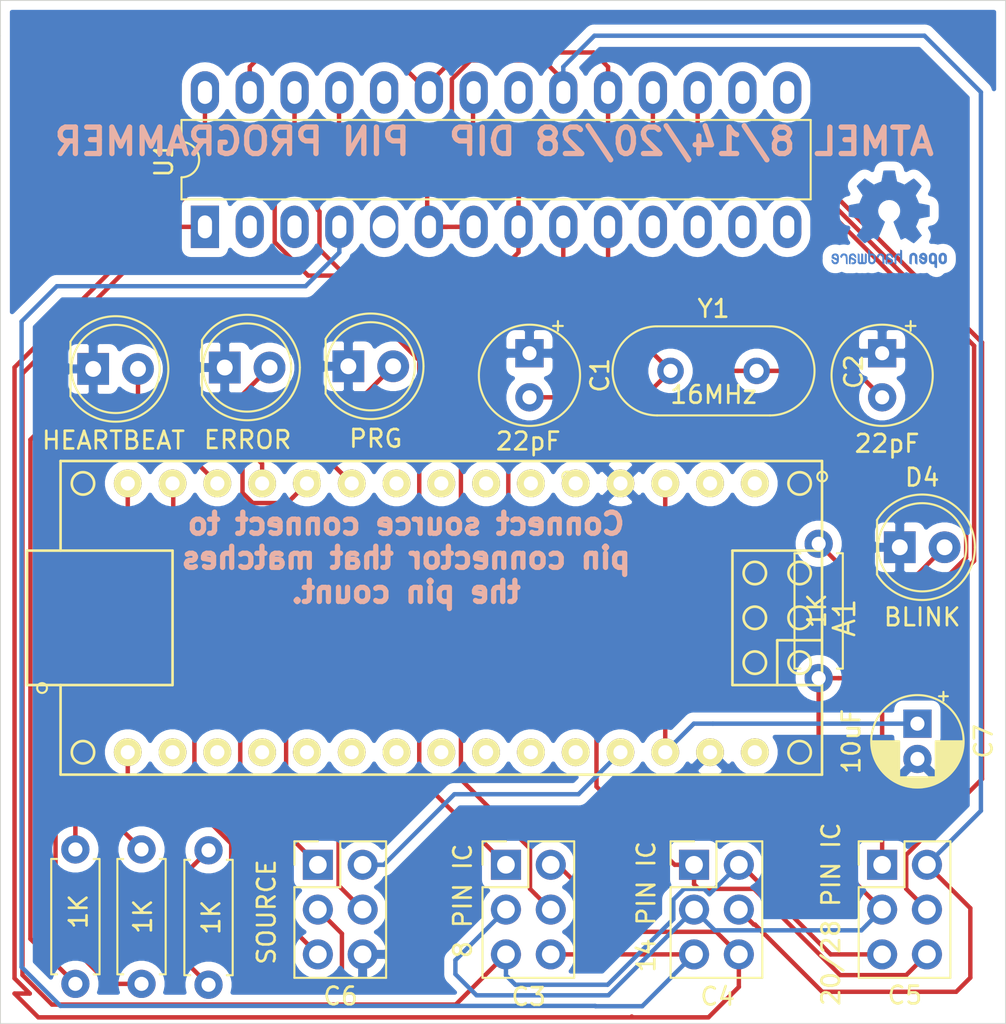
<source format=kicad_pcb>
(kicad_pcb (version 20171130) (host pcbnew 5.1.5+dfsg1-2build2)
  (layers (0 F.Cu signal) (31 B.Cu signal) (34 B.Paste user) (35 F.Paste user) (36 B.SilkS user) (37 F.SilkS user) (38 B.Mask user) (39 F.Mask user) (44 Edge.Cuts user))
  (net 0 "")
  (net 1 "Net-(A1-Pad30)")
  (net 2 "Net-(A1-Pad1)")
  (net 3 "Net-(A1-Pad2)")
  (net 4 "Net-(A1-Pad28)")
  (net 5 "Net-(A1-Pad26)")
  (net 6 "Net-(A1-Pad5)")
  (net 7 "Net-(A1-Pad25)")
  (net 8 "Net-(A1-Pad6)")
  (net 9 "Net-(A1-Pad24)")
  (net 10 "Net-(A1-Pad23)")
  (net 11 "Net-(A1-Pad22)")
  (net 12 "Net-(A1-Pad21)")
  (net 13 "Net-(A1-Pad20)")
  (net 14 "Net-(A1-Pad19)")
  (net 15 "Net-(A1-Pad18)")
  (net 16 "Net-(A1-Pad17)")
  (net 17 XTAL1)
  (net 18 GND)
  (net 19 XTAL2)
  (net 20 /MI8)
  (net 21 "Net-(U1-Pad14)")
  (net 22 "Net-(U1-Pad13)")
  (net 23 "Net-(U1-Pad12)")
  (net 24 "Net-(U1-Pad11)")
  (net 25 "Net-(U1-Pad24)")
  (net 26 "Net-(U1-Pad21)")
  (net 27 "Net-(U1-Pad5)")
  (net 28 "Net-(U1-Pad3)")
  (net 29 "Net-(U1-Pad16)")
  (net 30 "Net-(U1-Pad2)")
  (net 31 "Net-(U1-Pad15)")
  (net 32 /G8)
  (net 33 /V14)
  (net 34 /MO8)
  (net 35 /G14)
  (net 36 /MO14)
  (net 37 /SC14)
  (net 38 /G20)
  (net 39 /MO20)
  (net 40 /MI20)
  (net 41 /HB_LED)
  (net 42 /ERR_LED)
  (net 43 /PRG_LED)
  (net 44 "Net-(D1-Pad2)")
  (net 45 "Net-(D2-Pad2)")
  (net 46 "Net-(D3-Pad2)")
  (net 47 /S_MISO)
  (net 48 /S_SCK)
  (net 49 /S_MOSI)
  (net 50 /~S_RESET)
  (net 51 "Net-(A1-Pad9)")
  (net 52 "Net-(A1-Pad8)")
  (net 53 "Net-(A1-Pad7)")
  (net 54 /S_VCC)
  (net 55 "Net-(D4-Pad2)")
  (module Symbol:OSHW-Logo2_7.3x6mm_Copper (layer B.Cu) (at 133.4 41.4 180)
    (fp_text reference REF** hide)
    (fp_text value OSHW-Logo2_7.3x6mm_Copper hide)
    (fp_poly (pts (xy 0.10391 2.757652) (xy 0.182454 2.757222) (xy 0.239298 2.756058) (xy 0.278105 2.753793) (xy 0.302538 2.75006) (xy 0.316262 2.744494) (xy 0.32294 2.736727) (xy 0.326236 2.726395) (xy 0.326556 2.725057) (xy 0.331562 2.700921) (xy 0.340829 2.653299) (xy 0.353392 2.587259) (xy 0.368287 2.507872) (xy 0.384551 2.420204) (xy 0.385119 2.417125) (xy 0.40141 2.331211) (xy 0.416652 2.255304) (xy 0.429861 2.193955) (xy 0.440054 2.151718) (xy 0.446248 2.133145) (xy 0.446543 2.132816) (xy 0.464788 2.123747) (xy 0.502405 2.108633) (xy 0.551271 2.090738) (xy 0.551543 2.090642) (xy 0.613093 2.067507) (xy 0.685657 2.038035) (xy 0.754057 2.008403) (xy 0.757294 2.006938) (xy 0.868702 1.956374) (xy 1.115399 2.12484) (xy 1.191077 2.176197) (xy 1.259631 2.222111) (xy 1.317088 2.25997) (xy 1.359476 2.287163) (xy 1.382825 2.301079) (xy 1.385042 2.302111) (xy 1.40201 2.297516) (xy 1.433701 2.275345) (xy 1.481352 2.234553) (xy 1.546198 2.174095) (xy 1.612397 2.109773) (xy 1.676214 2.046388) (xy 1.733329 1.988549) (xy 1.780305 1.939825) (xy 1.813703 1.90379) (xy 1.830085 1.884016) (xy 1.830694 1.882998) (xy 1.832505 1.869428) (xy 1.825683 1.847267) (xy 1.80854 1.813522) (xy 1.779393 1.7652) (xy 1.736555 1.699308) (xy 1.679448 1.614483) (xy 1.628766 1.539823) (xy 1.583461 1.47286) (xy 1.54615 1.417484) (xy 1.519452 1.37758) (xy 1.505985 1.357038) (xy 1.505137 1.355644) (xy 1.506781 1.335962) (xy 1.519245 1.297707) (xy 1.540048 1.248111) (xy 1.547462 1.232272) (xy 1.579814 1.16171) (xy 1.614328 1.081647) (xy 1.642365 1.012371) (xy 1.662568 0.960955) (xy 1.678615 0.921881) (xy 1.687888 0.901459) (xy 1.689041 0.899886) (xy 1.706096 0.897279) (xy 1.746298 0.890137) (xy 1.804302 0.879477) (xy 1.874763 0.866315) (xy 1.952335 0.851667) (xy 2.031672 0.836551) (xy 2.107431 0.821982) (xy 2.174264 0.808978) (xy 2.226828 0.798555) (xy 2.259776 0.79173) (xy 2.267857 0.789801) (xy 2.276205 0.785038) (xy 2.282506 0.774282) (xy 2.287045 0.753902) (xy 2.290104 0.720266) (xy 2.291967 0.669745) (xy 2.292918 0.598708) (xy 2.29324 0.503524) (xy 2.293257 0.464508) (xy 2.293257 0.147201) (xy 2.217057 0.132161) (xy 2.174663 0.124005) (xy 2.1114 0.112101) (xy 2.034962 0.097884) (xy 1.953043 0.08279) (xy 1.9304 0.078645) (xy 1.854806 0.063947) (xy 1.788953 0.049495) (xy 1.738366 0.036625) (xy 1.708574 0.026678) (xy 1.703612 0.023713) (xy 1.691426 0.002717) (xy 1.673953 -0.037967) (xy 1.654577 -0.090322) (xy 1.650734 -0.1016) (xy 1.625339 -0.171523) (xy 1.593817 -0.250418) (xy 1.562969 -0.321266) (xy 1.562817 -0.321595) (xy 1.511447 -0.432733) (xy 1.680399 -0.681253) (xy 1.849352 -0.929772) (xy 1.632429 -1.147058) (xy 1.566819 -1.211726) (xy 1.506979 -1.268733) (xy 1.456267 -1.315033) (xy 1.418046 -1.347584) (xy 1.395675 -1.363343) (xy 1.392466 -1.364343) (xy 1.373626 -1.356469) (xy 1.33518 -1.334578) (xy 1.28133 -1.301267) (xy 1.216276 -1.259131) (xy 1.14594 -1.211943) (xy 1.074555 -1.16381) (xy 1.010908 -1.121928) (xy 0.959041 -1.088871) (xy 0.922995 -1.067218) (xy 0.906867 -1.059543) (xy 0.887189 -1.066037) (xy 0.849875 -1.08315) (xy 0.802621 -1.107326) (xy 0.797612 -1.110013) (xy 0.733977 -1.141927) (xy 0.690341 -1.157579) (xy 0.663202 -1.157745) (xy 0.649057 -1.143204) (xy 0.648975 -1.143) (xy 0.641905 -1.125779) (xy 0.625042 -1.084899) (xy 0.599695 -1.023525) (xy 0.567171 -0.944819) (xy 0.528778 -0.851947) (xy 0.485822 -0.748072) (xy 0.444222 -0.647502) (xy 0.398504 -0.536516) (xy 0.356526 -0.433703) (xy 0.319548 -0.342215) (xy 0.288827 -0.265201) (xy 0.265622 -0.205815) (xy 0.25119 -0.167209) (xy 0.246743 -0.1528) (xy 0.257896 -0.136272) (xy 0.287069 -0.10993) (xy 0.325971 -0.080887) (xy 0.436757 0.010961) (xy 0.523351 0.116241) (xy 0.584716 0.232734) (xy 0.619815 0.358224) (xy 0.627608 0.490493) (xy 0.621943 0.551543) (xy 0.591078 0.678205) (xy 0.53792 0.790059) (xy 0.465767 0.885999) (xy 0.377917 0.964924) (xy 0.277665 1.02573) (xy 0.16831 1.067313) (xy 0.053147 1.088572) (xy -0.064525 1.088401) (xy -0.18141 1.065699) (xy -0.294211 1.019362) (xy -0.399631 0.948287) (xy -0.443632 0.908089) (xy -0.528021 0.804871) (xy -0.586778 0.692075) (xy -0.620296 0.57299) (xy -0.628965 0.450905) (xy -0.613177 0.329107) (xy -0.573322 0.210884) (xy -0.509793 0.099525) (xy -0.422979 -0.001684) (xy -0.325971 -0.080887) (xy -0.285563 -0.111162) (xy -0.257018 -0.137219) (xy -0.246743 -0.152825) (xy -0.252123 -0.169843) (xy -0.267425 -0.2105) (xy -0.291388 -0.271642) (xy -0.322756 -0.350119) (xy -0.360268 -0.44278) (xy -0.402667 -0.546472) (xy -0.444337 -0.647526) (xy -0.49031 -0.758607) (xy -0.532893 -0.861541) (xy -0.570779 -0.953165) (xy -0.60266 -1.030316) (xy -0.627229 -1.089831) (xy -0.64318 -1.128544) (xy -0.64909 -1.143) (xy -0.663052 -1.157685) (xy -0.69006 -1.157642) (xy -0.733587 -1.142099) (xy -0.79711 -1.110284) (xy -0.797612 -1.110013) (xy -0.84544 -1.085323) (xy -0.884103 -1.067338) (xy -0.905905 -1.059614) (xy -0.906867 -1.059543) (xy -0.923279 -1.067378) (xy -0.959513 -1.089165) (xy -1.011526 -1.122328) (xy -1.075275 -1.164291) (xy -1.14594 -1.211943) (xy -1.217884 -1.260191) (xy -1.282726 -1.302151) (xy -1.336265 -1.335227) (xy -1.374303 -1.356821) (xy -1.392467 -1.364343) (xy -1.409192 -1.354457) (xy -1.44282 -1.326826) (xy -1.48999 -1.284495) (xy -1.547342 -1.230505) (xy -1.611516 -1.167899) (xy -1.632503 -1.146983) (xy -1.849501 -0.929623) (xy -1.684332 -0.68722) (xy -1.634136 -0.612781) (xy -1.590081 -0.545972) (xy -1.554638 -0.490665) (xy -1.530281 -0.450729) (xy -1.519478 -0.430036) (xy -1.519162 -0.428563) (xy -1.524857 -0.409058) (xy -1.540174 -0.369822) (xy -1.562463 -0.31743) (xy -1.578107 -0.282355) (xy -1.607359 -0.215201) (xy -1.634906 -0.147358) (xy -1.656263 -0.090034) (xy -1.662065 -0.072572) (xy -1.678548 -0.025938) (xy -1.69466 0.010095) (xy -1.70351 0.023713) (xy -1.72304 0.032048) (xy -1.765666 0.043863) (xy -1.825855 0.057819) (xy -1.898078 0.072578) (xy -1.9304 0.078645) (xy -2.012478 0.093727) (xy -2.091205 0.108331) (xy -2.158891 0.12102) (xy -2.20784 0.130358) (xy -2.217057 0.132161) (xy -2.293257 0.147201) (xy -2.293257 0.464508) (xy -2.293086 0.568846) (xy -2.292384 0.647787) (xy -2.290866 0.704962) (xy -2.288251 0.744001) (xy -2.284254 0.768535) (xy -2.278591 0.782195) (xy -2.27098 0.788611) (xy -2.267857 0.789801) (xy -2.249022 0.79402) (xy -2.207412 0.802438) (xy -2.14837 0.814039) (xy -2.077243 0.827805) (xy -1.999375 0.84272) (xy -1.920113 0.857768) (xy -1.844802 0.871931) (xy -1.778787 0.884194) (xy -1.727413 0.893539) (xy -1.696025 0.89895) (xy -1.689041 0.899886) (xy -1.682715 0.912404) (xy -1.66871 0.945754) (xy -1.649645 0.993623) (xy -1.642366 1.012371) (xy -1.613004 1.084805) (xy -1.578429 1.16483) (xy -1.547463 1.232272) (xy -1.524677 1.283841) (xy -1.509518 1.326215) (xy -1.504458 1.352166) (xy -1.505264 1.355644) (xy -1.515959 1.372064) (xy -1.54038 1.408583) (xy -1.575905 1.461313) (xy -1.619913 1.526365) (xy -1.669783 1.599849) (xy -1.679644 1.614355) (xy -1.737508 1.700296) (xy -1.780044 1.765739) (xy -1.808946 1.813696) (xy -1.82591 1.84718) (xy -1.832633 1.869205) (xy -1.83081 1.882783) (xy -1.830764 1.882869) (xy -1.816414 1.900703) (xy -1.784677 1.935183) (xy -1.73899 1.982732) (xy -1.682796 2.039778) (xy -1.619532 2.102745) (xy -1.612398 2.109773) (xy -1.53267 2.18698) (xy -1.471143 2.24367) (xy -1.426579 2.28089) (xy -1.397743 2.299685) (xy -1.385042 2.302111) (xy -1.366506 2.291529) (xy -1.328039 2.267084) (xy -1.273614 2.231388) (xy -1.207202 2.187053) (xy -1.132775 2.136689) (xy -1.115399 2.12484) (xy -0.868703 1.956374) (xy -0.757294 2.006938) (xy -0.689543 2.036405) (xy -0.616817 2.066041) (xy -0.554297 2.08967) (xy -0.551543 2.090642) (xy -0.50264 2.108543) (xy -0.464943 2.12368) (xy -0.446575 2.13279) (xy -0.446544 2.132816) (xy -0.440715 2.149283) (xy -0.430808 2.189781) (xy -0.417805 2.249758) (xy -0.402691 2.32466) (xy -0.386448 2.409936) (xy -0.385119 2.417125) (xy -0.368825 2.504986) (xy -0.353867 2.58474) (xy -0.341209 2.651319) (xy -0.331814 2.699653) (xy -0.326646 2.724675) (xy -0.326556 2.725057) (xy -0.323411 2.735701) (xy -0.317296 2.743738) (xy -0.304547 2.749533) (xy -0.2815 2.753453) (xy -0.244491 2.755865) (xy -0.189856 2.757135) (xy -0.113933 2.757629) (xy -0.013056 2.757714) (xy 0 2.757714) (xy 0.10391 2.757652)) (layer B.Cu) (width 0.01))
    (fp_poly (pts (xy 3.153595 -1.966966) (xy 3.211021 -2.004497) (xy 3.238719 -2.038096) (xy 3.260662 -2.099064) (xy 3.262405 -2.147308) (xy 3.258457 -2.211816) (xy 3.109686 -2.276934) (xy 3.037349 -2.310202) (xy 2.990084 -2.336964) (xy 2.965507 -2.360144) (xy 2.961237 -2.382667) (xy 2.974889 -2.407455) (xy 2.989943 -2.423886) (xy 3.033746 -2.450235) (xy 3.081389 -2.452081) (xy 3.125145 -2.431546) (xy 3.157289 -2.390752) (xy 3.163038 -2.376347) (xy 3.190576 -2.331356) (xy 3.222258 -2.312182) (xy 3.265714 -2.295779) (xy 3.265714 -2.357966) (xy 3.261872 -2.400283) (xy 3.246823 -2.435969) (xy 3.21528 -2.476943) (xy 3.210592 -2.482267) (xy 3.175506 -2.51872) (xy 3.145347 -2.538283) (xy 3.107615 -2.547283) (xy 3.076335 -2.55023) (xy 3.020385 -2.550965) (xy 2.980555 -2.54166) (xy 2.955708 -2.527846) (xy 2.916656 -2.497467) (xy 2.889625 -2.464613) (xy 2.872517 -2.423294) (xy 2.863238 -2.367521) (xy 2.859693 -2.291305) (xy 2.85941 -2.252622) (xy 2.860372 -2.206247) (xy 2.948007 -2.206247) (xy 2.949023 -2.231126) (xy 2.951556 -2.2352) (xy 2.968274 -2.229665) (xy 3.004249 -2.215017) (xy 3.052331 -2.19419) (xy 3.062386 -2.189714) (xy 3.123152 -2.158814) (xy 3.156632 -2.131657) (xy 3.16399 -2.10622) (xy 3.146391 -2.080481) (xy 3.131856 -2.069109) (xy 3.07941 -2.046364) (xy 3.030322 -2.050122) (xy 2.989227 -2.077884) (xy 2.960758 -2.127152) (xy 2.951631 -2.166257) (xy 2.948007 -2.206247) (xy 2.860372 -2.206247) (xy 2.861285 -2.162249) (xy 2.868196 -2.095384) (xy 2.881884 -2.046695) (xy 2.904096 -2.010849) (xy 2.936574 -1.982513) (xy 2.950733 -1.973355) (xy 3.015053 -1.949507) (xy 3.085473 -1.948006) (xy 3.153595 -1.966966)) (layer B.Cu) (width 0.01))
    (fp_poly (pts (xy 2.6526 -1.958752) (xy 2.669948 -1.966334) (xy 2.711356 -1.999128) (xy 2.746765 -2.046547) (xy 2.768664 -2.097151) (xy 2.772229 -2.122098) (xy 2.760279 -2.156927) (xy 2.734067 -2.175357) (xy 2.705964 -2.186516) (xy 2.693095 -2.188572) (xy 2.686829 -2.173649) (xy 2.674456 -2.141175) (xy 2.669028 -2.126502) (xy 2.63859 -2.075744) (xy 2.59452 -2.050427) (xy 2.53801 -2.051206) (xy 2.533825 -2.052203) (xy 2.503655 -2.066507) (xy 2.481476 -2.094393) (xy 2.466327 -2.139287) (xy 2.45725 -2.204615) (xy 2.453286 -2.293804) (xy 2.452914 -2.341261) (xy 2.45273 -2.416071) (xy 2.451522 -2.467069) (xy 2.448309 -2.499471) (xy 2.442109 -2.518495) (xy 2.43194 -2.529356) (xy 2.416819 -2.537272) (xy 2.415946 -2.53767) (xy 2.386828 -2.549981) (xy 2.372403 -2.554514) (xy 2.370186 -2.540809) (xy 2.368289 -2.502925) (xy 2.366847 -2.445715) (xy 2.365998 -2.374027) (xy 2.365829 -2.321565) (xy 2.366692 -2.220047) (xy 2.37007 -2.143032) (xy 2.377142 -2.086023) (xy 2.389088 -2.044526) (xy 2.40709 -2.014043) (xy 2.432327 -1.99008) (xy 2.457247 -1.973355) (xy 2.517171 -1.951097) (xy 2.586911 -1.946076) (xy 2.6526 -1.958752)) (layer B.Cu) (width 0.01))
    (fp_poly (pts (xy 2.144876 -1.956335) (xy 2.186667 -1.975344) (xy 2.219469 -1.998378) (xy 2.243503 -2.024133) (xy 2.260097 -2.057358) (xy 2.270577 -2.1028) (xy 2.276271 -2.165207) (xy 2.278507 -2.249327) (xy 2.278743 -2.304721) (xy 2.278743 -2.520826) (xy 2.241774 -2.53767) (xy 2.212656 -2.549981) (xy 2.198231 -2.554514) (xy 2.195472 -2.541025) (xy 2.193282 -2.504653) (xy 2.191942 -2.451542) (xy 2.191657 -2.409372) (xy 2.190434 -2.348447) (xy 2.187136 -2.300115) (xy 2.182321 -2.270518) (xy 2.178496 -2.264229) (xy 2.152783 -2.270652) (xy 2.112418 -2.287125) (xy 2.065679 -2.309458) (xy 2.020845 -2.333457) (xy 1.986193 -2.35493) (xy 1.970002 -2.369685) (xy 1.969938 -2.369845) (xy 1.97133 -2.397152) (xy 1.983818 -2.423219) (xy 2.005743 -2.444392) (xy 2.037743 -2.451474) (xy 2.065092 -2.450649) (xy 2.103826 -2.450042) (xy 2.124158 -2.459116) (xy 2.136369 -2.483092) (xy 2.137909 -2.487613) (xy 2.143203 -2.521806) (xy 2.129047 -2.542568) (xy 2.092148 -2.552462) (xy 2.052289 -2.554292) (xy 1.980562 -2.540727) (xy 1.943432 -2.521355) (xy 1.897576 -2.475845) (xy 1.873256 -2.419983) (xy 1.871073 -2.360957) (xy 1.891629 -2.305953) (xy 1.922549 -2.271486) (xy 1.95342 -2.252189) (xy 2.001942 -2.227759) (xy 2.058485 -2.202985) (xy 2.06791 -2.199199) (xy 2.130019 -2.171791) (xy 2.165822 -2.147634) (xy 2.177337 -2.123619) (xy 2.16658 -2.096635) (xy 2.148114 -2.075543) (xy 2.104469 -2.049572) (xy 2.056446 -2.047624) (xy 2.012406 -2.067637) (xy 1.980709 -2.107551) (xy 1.976549 -2.117848) (xy 1.952327 -2.155724) (xy 1.916965 -2.183842) (xy 1.872343 -2.206917) (xy 1.872343 -2.141485) (xy 1.874969 -2.101506) (xy 1.88623 -2.069997) (xy 1.911199 -2.036378) (xy 1.935169 -2.010484) (xy 1.972441 -1.973817) (xy 2.001401 -1.954121) (xy 2.032505 -1.94622) (xy 2.067713 -1.944914) (xy 2.144876 -1.956335)) (layer B.Cu) (width 0.01))
    (fp_poly (pts (xy 1.779833 -1.958663) (xy 1.782048 -1.99685) (xy 1.783784 -2.054886) (xy 1.784899 -2.12818) (xy 1.785257 -2.205055) (xy 1.785257 -2.465196) (xy 1.739326 -2.511127) (xy 1.707675 -2.539429) (xy 1.67989 -2.550893) (xy 1.641915 -2.550168) (xy 1.62684 -2.548321) (xy 1.579726 -2.542948) (xy 1.540756 -2.539869) (xy 1.531257 -2.539585) (xy 1.499233 -2.541445) (xy 1.453432 -2.546114) (xy 1.435674 -2.548321) (xy 1.392057 -2.551735) (xy 1.362745 -2.54432) (xy 1.33368 -2.521427) (xy 1.323188 -2.511127) (xy 1.277257 -2.465196) (xy 1.277257 -1.978602) (xy 1.314226 -1.961758) (xy 1.346059 -1.949282) (xy 1.364683 -1.944914) (xy 1.369458 -1.958718) (xy 1.373921 -1.997286) (xy 1.377775 -2.056356) (xy 1.380722 -2.131663) (xy 1.382143 -2.195286) (xy 1.386114 -2.445657) (xy 1.420759 -2.450556) (xy 1.452268 -2.447131) (xy 1.467708 -2.436041) (xy 1.472023 -2.415308) (xy 1.475708 -2.371145) (xy 1.478469 -2.309146) (xy 1.480012 -2.234909) (xy 1.480235 -2.196706) (xy 1.480457 -1.976783) (xy 1.526166 -1.960849) (xy 1.558518 -1.950015) (xy 1.576115 -1.944962) (xy 1.576623 -1.944914) (xy 1.578388 -1.958648) (xy 1.580329 -1.99673) (xy 1.582282 -2.054482) (xy 1.584084 -2.127227) (xy 1.585343 -2.195286) (xy 1.589314 -2.445657) (xy 1.6764 -2.445657) (xy 1.680396 -2.21724) (xy 1.684392 -1.988822) (xy 1.726847 -1.966868) (xy 1.758192 -1.951793) (xy 1.776744 -1.944951) (xy 1.777279 -1.944914) (xy 1.779833 -1.958663)) (layer B.Cu) (width 0.01))
    (fp_poly (pts (xy 1.190117 -2.065358) (xy 1.189933 -2.173837) (xy 1.189219 -2.257287) (xy 1.187675 -2.319704) (xy 1.185001 -2.365085) (xy 1.180894 -2.397429) (xy 1.175055 -2.420733) (xy 1.167182 -2.438995) (xy 1.161221 -2.449418) (xy 1.111855 -2.505945) (xy 1.049264 -2.541377) (xy 0.980013 -2.55409) (xy 0.910668 -2.542463) (xy 0.869375 -2.521568) (xy 0.826025 -2.485422) (xy 0.796481 -2.441276) (xy 0.778655 -2.383462) (xy 0.770463 -2.306313) (xy 0.769302 -2.249714) (xy 0.769458 -2.245647) (xy 0.870857 -2.245647) (xy 0.871476 -2.31055) (xy 0.874314 -2.353514) (xy 0.88084 -2.381622) (xy 0.892523 -2.401953) (xy 0.906483 -2.417288) (xy 0.953365 -2.44689) (xy 1.003701 -2.449419) (xy 1.051276 -2.424705) (xy 1.054979 -2.421356) (xy 1.070783 -2.403935) (xy 1.080693 -2.383209) (xy 1.086058 -2.352362) (xy 1.088228 -2.304577) (xy 1.088571 -2.251748) (xy 1.087827 -2.185381) (xy 1.084748 -2.141106) (xy 1.078061 -2.112009) (xy 1.066496 -2.091173) (xy 1.057013 -2.080107) (xy 1.01296 -2.052198) (xy 0.962224 -2.048843) (xy 0.913796 -2.070159) (xy 0.90445 -2.078073) (xy 0.88854 -2.095647) (xy 0.87861 -2.116587) (xy 0.873278 -2.147782) (xy 0.871163 -2.196122) (xy 0.870857 -2.245647) (xy 0.769458 -2.245647) (xy 0.77281 -2.158568) (xy 0.784726 -2.090086) (xy 0.807135 -2.0386) (xy 0.842124 -1.998443) (xy 0.869375 -1.977861) (xy 0.918907 -1.955625) (xy 0.976316 -1.945304) (xy 1.029682 -1.948067) (xy 1.059543 -1.959212) (xy 1.071261 -1.962383) (xy 1.079037 -1.950557) (xy 1.084465 -1.918866) (xy 1.088571 -1.870593) (xy 1.093067 -1.816829) (xy 1.099313 -1.784482) (xy 1.110676 -1.765985) (xy 1.130528 -1.75377) (xy 1.143 -1.748362) (xy 1.190171 -1.728601) (xy 1.190117 -2.065358)) (layer B.Cu) (width 0.01))
    (fp_poly (pts (xy 0.529926 -1.949755) (xy 0.595858 -1.974084) (xy 0.649273 -2.017117) (xy 0.670164 -2.047409) (xy 0.692939 -2.102994) (xy 0.692466 -2.143186) (xy 0.668562 -2.170217) (xy 0.659717 -2.174813) (xy 0.62153 -2.189144) (xy 0.602028 -2.185472) (xy 0.595422 -2.161407) (xy 0.595086 -2.148114) (xy 0.582992 -2.09921) (xy 0.551471 -2.064999) (xy 0.507659 -2.048476) (xy 0.458695 -2.052634) (xy 0.418894 -2.074227) (xy 0.40545 -2.086544) (xy 0.395921 -2.101487) (xy 0.389485 -2.124075) (xy 0.385317 -2.159328) (xy 0.382597 -2.212266) (xy 0.380502 -2.287907) (xy 0.37996 -2.311857) (xy 0.377981 -2.39379) (xy 0.375731 -2.451455) (xy 0.372357 -2.489608) (xy 0.367006 -2.513004) (xy 0.358824 -2.526398) (xy 0.346959 -2.534545) (xy 0.339362 -2.538144) (xy 0.307102 -2.550452) (xy 0.288111 -2.554514) (xy 0.281836 -2.540948) (xy 0.278006 -2.499934) (xy 0.2766 -2.430999) (xy 0.277598 -2.333669) (xy 0.277908 -2.318657) (xy 0.280101 -2.229859) (xy 0.282693 -2.165019) (xy 0.286382 -2.119067) (xy 0.291864 -2.086935) (xy 0.299835 -2.063553) (xy 0.310993 -2.043852) (xy 0.31683 -2.03541) (xy 0.350296 -1.998057) (xy 0.387727 -1.969003) (xy 0.392309 -1.966467) (xy 0.459426 -1.946443) (xy 0.529926 -1.949755)) (layer B.Cu) (width 0.01))
    (fp_poly (pts (xy 0.039744 -1.950968) (xy 0.096616 -1.972087) (xy 0.097267 -1.972493) (xy 0.13244 -1.99838) (xy 0.158407 -2.028633) (xy 0.17667 -2.068058) (xy 0.188732 -2.121462) (xy 0.196096 -2.193651) (xy 0.200264 -2.289432) (xy 0.200629 -2.303078) (xy 0.205876 -2.508842) (xy 0.161716 -2.531678) (xy 0.129763 -2.54711) (xy 0.11047 -2.554423) (xy 0.109578 -2.554514) (xy 0.106239 -2.541022) (xy 0.103587 -2.504626) (xy 0.101956 -2.451452) (xy 0.1016 -2.408393) (xy 0.101592 -2.338641) (xy 0.098403 -2.294837) (xy 0.087288 -2.273944) (xy 0.063501 -2.272925) (xy 0.022296 -2.288741) (xy -0.039914 -2.317815) (xy -0.085659 -2.341963) (xy -0.109187 -2.362913) (xy -0.116104 -2.385747) (xy -0.116114 -2.386877) (xy -0.104701 -2.426212) (xy -0.070908 -2.447462) (xy -0.019191 -2.450539) (xy 0.018061 -2.450006) (xy 0.037703 -2.460735) (xy 0.049952 -2.486505) (xy 0.057002 -2.519337) (xy 0.046842 -2.537966) (xy 0.043017 -2.540632) (xy 0.007001 -2.55134) (xy -0.043434 -2.552856) (xy -0.095374 -2.545759) (xy -0.132178 -2.532788) (xy -0.183062 -2.489585) (xy -0.211986 -2.429446) (xy -0.217714 -2.382462) (xy -0.213343 -2.340082) (xy -0.197525 -2.305488) (xy -0.166203 -2.274763) (xy -0.115322 -2.24399) (xy -0.040824 -2.209252) (xy -0.036286 -2.207288) (xy 0.030821 -2.176287) (xy 0.072232 -2.150862) (xy 0.089981 -2.128014) (xy 0.086107 -2.104745) (xy 0.062643 -2.078056) (xy 0.055627 -2.071914) (xy 0.00863 -2.0481) (xy -0.040067 -2.049103) (xy -0.082478 -2.072451) (xy -0.110616 -2.115675) (xy -0.113231 -2.12416) (xy -0.138692 -2.165308) (xy -0.170999 -2.185128) (xy -0.217714 -2.20477) (xy -0.217714 -2.15395) (xy -0.203504 -2.080082) (xy -0.161325 -2.012327) (xy -0.139376 -1.989661) (xy -0.089483 -1.960569) (xy -0.026033 -1.9474) (xy 0.039744 -1.950968)) (layer B.Cu) (width 0.01))
    (fp_poly (pts (xy -0.624114 -1.851289) (xy -0.619861 -1.910613) (xy -0.614975 -1.945572) (xy -0.608205 -1.96082) (xy -0.598298 -1.961015) (xy -0.595086 -1.959195) (xy -0.552356 -1.946015) (xy -0.496773 -1.946785) (xy -0.440263 -1.960333) (xy -0.404918 -1.977861) (xy -0.368679 -2.005861) (xy -0.342187 -2.037549) (xy -0.324001 -2.077813) (xy -0.312678 -2.131543) (xy -0.306778 -2.203626) (xy -0.304857 -2.298951) (xy -0.304823 -2.317237) (xy -0.3048 -2.522646) (xy -0.350509 -2.53858) (xy -0.382973 -2.54942) (xy -0.400785 -2.554468) (xy -0.401309 -2.554514) (xy -0.403063 -2.540828) (xy -0.404556 -2.503076) (xy -0.405674 -2.446224) (xy -0.406303 -2.375234) (xy -0.4064 -2.332073) (xy -0.406602 -2.246973) (xy -0.407642 -2.185981) (xy -0.410169 -2.144177) (xy -0.414836 -2.116642) (xy -0.422293 -2.098456) (xy -0.433189 -2.084698) (xy -0.439993 -2.078073) (xy -0.486728 -2.051375) (xy -0.537728 -2.049375) (xy -0.583999 -2.071955) (xy -0.592556 -2.080107) (xy -0.605107 -2.095436) (xy -0.613812 -2.113618) (xy -0.619369 -2.139909) (xy -0.622474 -2.179562) (xy -0.623824 -2.237832) (xy -0.624114 -2.318173) (xy -0.624114 -2.522646) (xy -0.669823 -2.53858) (xy -0.702287 -2.54942) (xy -0.720099 -2.554468) (xy -0.720623 -2.554514) (xy -0.721963 -2.540623) (xy -0.723172 -2.501439) (xy -0.724199 -2.4407) (xy -0.724998 -2.362141) (xy -0.725519 -2.269498) (xy -0.725714 -2.166509) (xy -0.725714 -1.769342) (xy -0.678543 -1.749444) (xy -0.631371 -1.729547) (xy -0.624114 -1.851289)) (layer B.Cu) (width 0.01))
    (fp_poly (pts (xy -1.831697 -1.931239) (xy -1.774473 -1.969735) (xy -1.730251 -2.025335) (xy -1.703833 -2.096086) (xy -1.69849 -2.148162) (xy -1.699097 -2.169893) (xy -1.704178 -2.186531) (xy -1.718145 -2.201437) (xy -1.745411 -2.217973) (xy -1.790388 -2.239498) (xy -1.857489 -2.269374) (xy -1.857829 -2.269524) (xy -1.919593 -2.297813) (xy -1.970241 -2.322933) (xy -2.004596 -2.342179) (xy -2.017482 -2.352848) (xy -2.017486 -2.352934) (xy -2.006128 -2.376166) (xy -1.979569 -2.401774) (xy -1.949077 -2.420221) (xy -1.93363 -2.423886) (xy -1.891485 -2.411212) (xy -1.855192 -2.379471) (xy -1.837483 -2.344572) (xy -1.820448 -2.318845) (xy -1.787078 -2.289546) (xy -1.747851 -2.264235) (xy -1.713244 -2.250471) (xy -1.706007 -2.249714) (xy -1.697861 -2.26216) (xy -1.69737 -2.293972) (xy -1.703357 -2.336866) (xy -1.714643 -2.382558) (xy -1.73005 -2.422761) (xy -1.730829 -2.424322) (xy -1.777196 -2.489062) (xy -1.837289 -2.533097) (xy -1.905535 -2.554711) (xy -1.976362 -2.552185) (xy -2.044196 -2.523804) (xy -2.047212 -2.521808) (xy -2.100573 -2.473448) (xy -2.13566 -2.410352) (xy -2.155078 -2.327387) (xy -2.157684 -2.304078) (xy -2.162299 -2.194055) (xy -2.156767 -2.142748) (xy -2.017486 -2.142748) (xy -2.015676 -2.174753) (xy -2.005778 -2.184093) (xy -1.981102 -2.177105) (xy -1.942205 -2.160587) (xy -1.898725 -2.139881) (xy -1.897644 -2.139333) (xy -1.860791 -2.119949) (xy -1.846 -2.107013) (xy -1.849647 -2.093451) (xy -1.865005 -2.075632) (xy -1.904077 -2.049845) (xy -1.946154 -2.04795) (xy -1.983897 -2.066717) (xy -2.009966 -2.102915) (xy -2.017486 -2.142748) (xy -2.156767 -2.142748) (xy -2.152806 -2.106027) (xy -2.12845 -2.036212) (xy -2.094544 -1.987302) (xy -2.033347 -1.937878) (xy -1.965937 -1.913359) (xy -1.89712 -1.911797) (xy -1.831697 -1.931239)) (layer B.Cu) (width 0.01))
    (fp_poly (pts (xy -2.958885 -1.921962) (xy -2.890855 -1.957733) (xy -2.840649 -2.015301) (xy -2.822815 -2.052312) (xy -2.808937 -2.107882) (xy -2.801833 -2.178096) (xy -2.80116 -2.254727) (xy -2.806573 -2.329552) (xy -2.81773 -2.394342) (xy -2.834286 -2.440873) (xy -2.839374 -2.448887) (xy -2.899645 -2.508707) (xy -2.971231 -2.544535) (xy -3.048908 -2.55502) (xy -3.127452 -2.53881) (xy -3.149311 -2.529092) (xy -3.191878 -2.499143) (xy -3.229237 -2.459433) (xy -3.232768 -2.454397) (xy -3.247119 -2.430124) (xy -3.256606 -2.404178) (xy -3.26221 -2.370022) (xy -3.264914 -2.321119) (xy -3.265701 -2.250935) (xy -3.265714 -2.2352) (xy -3.265678 -2.230192) (xy -3.120571 -2.230192) (xy -3.119727 -2.29643) (xy -3.116404 -2.340386) (xy -3.109417 -2.368779) (xy -3.097584 -2.388325) (xy -3.091543 -2.394857) (xy -3.056814 -2.41968) (xy -3.023097 -2.418548) (xy -2.989005 -2.397016) (xy -2.968671 -2.374029) (xy -2.956629 -2.340478) (xy -2.949866 -2.287569) (xy -2.949402 -2.281399) (xy -2.948248 -2.185513) (xy -2.960312 -2.114299) (xy -2.98543 -2.068194) (xy -3.02344 -2.047635) (xy -3.037008 -2.046514) (xy -3.072636 -2.052152) (xy -3.097006 -2.071686) (xy -3.111907 -2.109042) (xy -3.119125 -2.16815) (xy -3.120571 -2.230192) (xy -3.265678 -2.230192) (xy -3.265174 -2.160413) (xy -3.262904 -2.108159) (xy -3.257932 -2.071949) (xy -3.249287 -2.045299) (xy -3.235995 -2.021722) (xy -3.233057 -2.017338) (xy -3.183687 -1.958249) (xy -3.129891 -1.923947) (xy -3.064398 -1.910331) (xy -3.042158 -1.909665) (xy -2.958885 -1.921962)) (layer B.Cu) (width 0.01))
    (fp_poly (pts (xy -1.283907 -1.92778) (xy -1.237328 -1.954723) (xy -1.204943 -1.981466) (xy -1.181258 -2.009484) (xy -1.164941 -2.043748) (xy -1.154661 -2.089227) (xy -1.149086 -2.150892) (xy -1.146884 -2.233711) (xy -1.146629 -2.293246) (xy -1.146629 -2.512391) (xy -1.208314 -2.540044) (xy -1.27 -2.567697) (xy -1.277257 -2.32767) (xy -1.280256 -2.238028) (xy -1.283402 -2.172962) (xy -1.287299 -2.128026) (xy -1.292553 -2.09877) (xy -1.299769 -2.080748) (xy -1.30955 -2.069511) (xy -1.312688 -2.067079) (xy -1.360239 -2.048083) (xy -1.408303 -2.0556) (xy -1.436914 -2.075543) (xy -1.448553 -2.089675) (xy -1.456609 -2.10822) (xy -1.461729 -2.136334) (xy -1.464559 -2.179173) (xy -1.465744 -2.241895) (xy -1.465943 -2.307261) (xy -1.465982 -2.389268) (xy -1.467386 -2.447316) (xy -1.472086 -2.486465) (xy -1.482013 -2.51178) (xy -1.499097 -2.528323) (xy -1.525268 -2.541156) (xy -1.560225 -2.554491) (xy -1.598404 -2.569007) (xy -1.593859 -2.311389) (xy -1.592029 -2.218519) (xy -1.589888 -2.149889) (xy -1.586819 -2.100711) (xy -1.582206 -2.066198) (xy -1.575432 -2.041562) (xy -1.565881 -2.022016) (xy -1.554366 -2.00477) (xy -1.49881 -1.94968) (xy -1.43102 -1.917822) (xy -1.357287 -1.910191) (xy -1.283907 -1.92778)) (layer B.Cu) (width 0.01))
    (fp_poly (pts (xy -2.400256 -1.919918) (xy -2.344799 -1.947568) (xy -2.295852 -1.99848) (xy -2.282371 -2.017338) (xy -2.267686 -2.042015) (xy -2.258158 -2.068816) (xy -2.252707 -2.104587) (xy -2.250253 -2.156169) (xy -2.249714 -2.224267) (xy -2.252148 -2.317588) (xy -2.260606 -2.387657) (xy -2.276826 -2.439931) (xy -2.302546 -2.479869) (xy -2.339503 -2.512929) (xy -2.342218 -2.514886) (xy -2.37864 -2.534908) (xy -2.422498 -2.544815) (xy -2.478276 -2.547257) (xy -2.568952 -2.547257) (xy -2.56899 -2.635283) (xy -2.569834 -2.684308) (xy -2.574976 -2.713065) (xy -2.588413 -2.730311) (xy -2.614142 -2.744808) (xy -2.620321 -2.747769) (xy -2.649236 -2.761648) (xy -2.671624 -2.770414) (xy -2.688271 -2.771171) (xy -2.699964 -2.761023) (xy -2.70749 -2.737073) (xy -2.711634 -2.696426) (xy -2.713185 -2.636186) (xy -2.712929 -2.553455) (xy -2.711651 -2.445339) (xy -2.711252 -2.413) (xy -2.709815 -2.301524) (xy -2.708528 -2.228603) (xy -2.569029 -2.228603) (xy -2.568245 -2.290499) (xy -2.56476 -2.330997) (xy -2.556876 -2.357708) (xy -2.542895 -2.378244) (xy -2.533403 -2.38826) (xy -2.494596 -2.417567) (xy -2.460237 -2.419952) (xy -2.424784 -2.39575) (xy -2.423886 -2.394857) (xy -2.409461 -2.376153) (xy -2.400687 -2.350732) (xy -2.396261 -2.311584) (xy -2.394882 -2.251697) (xy -2.394857 -2.23843) (xy -2.398188 -2.155901) (xy -2.409031 -2.098691) (xy -2.42866 -2.063766) (xy -2.45835 -2.048094) (xy -2.475509 -2.046514) (xy -2.516234 -2.053926) (xy -2.544168 -2.07833) (xy -2.560983 -2.12298) (xy -2.56835 -2.19113) (xy -2.569029 -2.228603) (xy -2.708528 -2.228603) (xy -2.708292 -2.215245) (xy -2.706323 -2.150333) (xy -2.70355 -2.102958) (xy -2.699612 -2.06929) (xy -2.694151 -2.045498) (xy -2.686808 -2.027753) (xy -2.677223 -2.012224) (xy -2.673113 -2.006381) (xy -2.618595 -1.951185) (xy -2.549664 -1.91989) (xy -2.469928 -1.911165) (xy -2.400256 -1.919918)) (layer B.Cu) (width 0.01))
  )
  (module multi-avr:ZIF-28 (layer F.Cu) (at 94.58 41.81 90)
    (fp_text reference U1 (at 3.7846 -2.31222 90) (layer F.SilkS))
    (fp_text value ZIF)
    (pad 28 thru_hole oval (at 7.5946 0.01778 90) (size 2.4 1.6) (drill oval 1.3 0.8) (layers *.Cu *.Mask) (net 35 /G14))
    (pad 14 thru_hole oval (at -0.0254 33.03778 90) (size 2.4 1.6) (drill oval 1.3 0.8) (layers *.Cu *.Mask) (net 21 "Net-(U1-Pad14)"))
    (pad 27 thru_hole oval (at 7.5946 2.55778 90) (size 2.4 1.6) (drill oval 1.3 0.8) (layers *.Cu *.Mask) (net 37 /SC14))
    (pad 13 thru_hole oval (at -0.0254 30.49778 90) (size 2.4 1.6) (drill oval 1.3 0.8) (layers *.Cu *.Mask) (net 22 "Net-(U1-Pad13)"))
    (pad 26 thru_hole oval (at 7.5946 5.09778 90) (size 2.4 1.6) (drill oval 1.3 0.8) (layers *.Cu *.Mask) (net 20 /MI8))
    (pad 12 thru_hole oval (at -0.0254 27.95778 90) (size 2.4 1.6) (drill oval 1.3 0.8) (layers *.Cu *.Mask) (net 23 "Net-(U1-Pad12)"))
    (pad 25 thru_hole oval (at 7.5946 7.63778 90) (size 2.4 1.6) (drill oval 1.3 0.8) (layers *.Cu *.Mask) (net 34 /MO8))
    (pad 11 thru_hole oval (at -0.0254 25.41778 90) (size 2.4 1.6) (drill oval 1.3 0.8) (layers *.Cu *.Mask) (net 24 "Net-(U1-Pad11)"))
    (pad 24 thru_hole oval (at 7.5946 10.17778 90) (size 2.4 1.6) (drill oval 1.3 0.8) (layers *.Cu *.Mask) (net 25 "Net-(U1-Pad24)"))
    (pad 10 thru_hole oval (at -0.0254 22.87778 90) (size 2.4 1.6) (drill oval 1.3 0.8) (layers *.Cu *.Mask) (net 19 XTAL2))
    (pad 23 thru_hole oval (at 7.5946 12.71778 90) (size 2.4 1.6) (drill oval 1.3 0.8) (layers *.Cu *.Mask) (net 37 /SC14))
    (pad 9 thru_hole oval (at -0.0254 20.33778 90) (size 2.4 1.6) (drill oval 1.3 0.8) (layers *.Cu *.Mask) (net 17 XTAL1))
    (pad 22 thru_hole oval (at 7.5946 15.25778 90) (size 2.4 1.6) (drill oval 1.3 0.8) (layers *.Cu *.Mask) (net 38 /G20))
    (pad 8 thru_hole oval (at -0.0254 17.79778 90) (size 2.4 1.6) (drill oval 1.3 0.8) (layers *.Cu *.Mask) (net 38 /G20))
    (pad 21 thru_hole oval (at 7.5946 17.79778 90) (size 2.4 1.6) (drill oval 1.3 0.8) (layers *.Cu *.Mask) (net 26 "Net-(U1-Pad21)"))
    (pad 7 thru_hole oval (at -0.0254 15.25778 90) (size 2.4 1.6) (drill oval 1.3 0.8) (layers *.Cu *.Mask) (net 36 /MO14))
    (pad 20 thru_hole oval (at 7.5946 20.33778 90) (size 2.4 1.6) (drill oval 1.3 0.8) (layers *.Cu *.Mask) (net 36 /MO14))
    (pad 6 thru_hole oval (at -0.0254 12.71778 90) (size 2.4 1.6) (drill oval 1.3 0.8) (layers *.Cu *.Mask) (net 36 /MO14))
    (pad 19 thru_hole oval (at 7.5946 22.87778 90) (size 2.4 1.6) (drill oval 1.3 0.8) (layers *.Cu *.Mask) (net 37 /SC14))
    (pad 5 thru_hole oval (at -0.0254 10.17778 90) (size 2.4 1.6) (drill 1.3) (layers *.Cu *.Mask) (net 27 "Net-(U1-Pad5)"))
    (pad 18 thru_hole oval (at 7.5946 25.41778 90) (size 2.4 1.6) (drill oval 1.3 0.8) (layers *.Cu *.Mask) (net 40 /MI20))
    (pad 4 thru_hole oval (at -0.0254 7.63778 90) (size 2.4 1.6) (drill oval 1.3 0.8) (layers *.Cu *.Mask) (net 32 /G8))
    (pad 17 thru_hole oval (at 7.5946 27.95778 90) (size 2.4 1.6) (drill oval 1.3 0.8) (layers *.Cu *.Mask) (net 39 /MO20))
    (pad 3 thru_hole oval (at -0.0254 5.09778 90) (size 2.4 1.6) (drill oval 1.3 0.8) (layers *.Cu *.Mask) (net 28 "Net-(U1-Pad3)"))
    (pad 16 thru_hole oval (at 7.5946 30.49778 90) (size 2.4 1.6) (drill oval 1.3 0.8) (layers *.Cu *.Mask) (net 29 "Net-(U1-Pad16)"))
    (pad 2 thru_hole oval (at -0.0254 2.55778 90) (size 2.4 1.6) (drill oval 1.3 0.8) (layers *.Cu *.Mask) (net 30 "Net-(U1-Pad2)"))
    (pad 15 thru_hole oval (at 7.5946 33.03778 90) (size 2.4 1.6) (drill oval 1.3 0.8) (layers *.Cu *.Mask) (net 31 "Net-(U1-Pad15)"))
    (pad 1 thru_hole rect (at -0.0254 0.01778 90) (size 2.4 1.6) (drill oval 1.3 0.8) (layers *.Cu *.Mask) (net 33 /V14))
  )
  (module Resistor_THT:R_Axial_DIN0207_L6.3mm_D2.5mm_P7.62mm_Horizontal (layer F.Cu) (at 129.4 59.8 270)
    (fp_text reference R4 hide)
    (fp_text value 1K (at 3.8 0.1 90) (layer F.SilkS))
    (pad 2 thru_hole oval (at 7.62 0 270) (size 1.6 1.6) (drill 0.8) (layers *.Cu *.Mask) (net 37 /SC14))
    (pad 1 thru_hole circle (at 0 0 270) (size 1.6 1.6) (drill 0.8) (layers *.Cu *.Mask) (net 55 "Net-(D4-Pad2)"))
  )
  (module LED_THT:LED_D5.0mm_Clear (layer F.Cu) (at 134 60)
    (fp_text reference D4 (at 1.27 -3.96) (layer F.SilkS))
    (fp_text value BLINK (at 1.27 3.96) (layer F.SilkS))
    (pad 2 thru_hole circle (at 2.54 0) (size 1.8 1.8) (drill 0.9) (layers *.Cu *.Mask) (net 55 "Net-(D4-Pad2)"))
    (pad 1 thru_hole rect (at 0 0) (size 1.8 1.8) (drill 0.9) (layers *.Cu *.Mask) (net 18 GND))
  )
  (module Capacitor_THT:CP_Radial_Tantal_D5.5mm_P2.50mm (layer F.Cu) (at 133 49 270)
    (fp_text reference C2 (at 1.05 1.61 90) (layer F.SilkS))
    (fp_text value 22pF (at 5.12 -0.28) (layer F.SilkS))
    (pad 2 thru_hole circle (at 2.5 0 270) (size 1.6 1.6) (drill 0.8) (layers *.Cu *.Mask) (net 19 XTAL2))
    (pad 1 thru_hole rect (at 0 0 270) (size 1.6 1.6) (drill 0.8) (layers *.Cu *.Mask) (net 18 GND))
  )
  (module Capacitor_THT:CP_Radial_Tantal_D5.5mm_P2.50mm (layer F.Cu) (at 113 49 270)
    (fp_text reference C1 (at 1.25 -4 90) (layer F.SilkS))
    (fp_text value 22pF (at 4.99 0.07 180) (layer F.SilkS))
    (pad 2 thru_hole circle (at 2.5 0 270) (size 1.6 1.6) (drill 0.8) (layers *.Cu *.Mask) (net 17 XTAL1))
    (pad 1 thru_hole rect (at 0 0 270) (size 1.6 1.6) (drill 0.8) (layers *.Cu *.Mask) (net 18 GND))
  )
  (module Capacitor_THT:CP_Radial_D5.0mm_P2.00mm (layer F.Cu) (at 135 70 270)
    (fp_text reference C7 (at 1 -3.75 90) (layer F.SilkS))
    (fp_text value 10uF (at 1 3.75 90) (layer F.SilkS))
    (pad 2 thru_hole circle (at 2 0 270) (size 1.6 1.6) (drill 0.8) (layers *.Cu *.Mask) (net 18 GND))
    (pad 1 thru_hole rect (at 0 0 270) (size 1.6 1.6) (drill 0.8) (layers *.Cu *.Mask) (net 4 "Net-(A1-Pad28)"))
  )
  (module Resistor_THT:R_Axial_DIN0207_L6.3mm_D2.5mm_P7.62mm_Horizontal (layer F.Cu) (at 94.8 84.8 90)
    (fp_text reference R3 hide)
    (fp_text value 1K (at 3.82 0.15 90) (layer F.SilkS))
    (pad 2 thru_hole oval (at 7.62 0 90) (size 1.6 1.6) (drill 0.8) (layers *.Cu *.Mask) (net 43 /PRG_LED))
    (pad 1 thru_hole circle (at 0 0 90) (size 1.6 1.6) (drill 0.8) (layers *.Cu *.Mask) (net 46 "Net-(D3-Pad2)"))
  )
  (module Resistor_THT:R_Axial_DIN0207_L6.3mm_D2.5mm_P7.62mm_Horizontal (layer F.Cu) (at 91 84.75 90)
    (fp_text reference R2 hide)
    (fp_text value 1K (at 3.82 0.075 90) (layer F.SilkS))
    (pad 2 thru_hole oval (at 7.62 0 90) (size 1.6 1.6) (drill 0.8) (layers *.Cu *.Mask) (net 42 /ERR_LED))
    (pad 1 thru_hole circle (at 0 0 90) (size 1.6 1.6) (drill 0.8) (layers *.Cu *.Mask) (net 45 "Net-(D2-Pad2)"))
  )
  (module Resistor_THT:R_Axial_DIN0207_L6.3mm_D2.5mm_P7.62mm_Horizontal (layer F.Cu) (at 87.25 84.75 90)
    (fp_text reference R1 hide)
    (fp_text value 1K (at 4.1 0.175 90) (layer F.SilkS))
    (pad 2 thru_hole oval (at 7.62 0 90) (size 1.6 1.6) (drill 0.8) (layers *.Cu *.Mask) (net 41 /HB_LED))
    (pad 1 thru_hole circle (at 0 0 90) (size 1.6 1.6) (drill 0.8) (layers *.Cu *.Mask) (net 44 "Net-(D1-Pad2)"))
  )
  (module LED_THT:LED_D5.0mm_Clear (layer F.Cu) (at 102.73 49.74)
    (fp_text reference D3 hide)
    (fp_text value PRG hide)
    (fp_text user PRG (at 1.55 4.1) (layer F.SilkS))
    (pad 1 thru_hole rect (at 0 0) (size 1.8 1.8) (drill 0.9) (layers *.Cu *.Mask) (net 18 GND))
    (pad 2 thru_hole circle (at 2.54 0) (size 1.8 1.8) (drill 0.9) (layers *.Cu *.Mask) (net 46 "Net-(D3-Pad2)"))
  )
  (module LED_THT:LED_D5.0mm_Clear (layer F.Cu) (at 95.72 49.81)
    (fp_text reference D2 hide)
    (fp_text value ERR hide)
    (fp_text user ERROR (at 1.3 4.1) (layer F.SilkS))
    (pad 2 thru_hole circle (at 2.54 0) (size 1.8 1.8) (drill 0.9) (layers *.Cu *.Mask) (net 45 "Net-(D2-Pad2)"))
    (pad 1 thru_hole rect (at 0 0) (size 1.8 1.8) (drill 0.9) (layers *.Cu *.Mask) (net 18 GND))
  )
  (module LED_THT:LED_D5.0mm_Clear (layer F.Cu) (at 88.26 49.89)
    (fp_text reference D1 hide)
    (fp_text value HB hide)
    (fp_text user HEARTBEAT (at 1.15 4.05) (layer F.SilkS))
    (pad 2 thru_hole circle (at 2.54 0) (size 1.8 1.8) (drill 0.9) (layers *.Cu *.Mask) (net 44 "Net-(D1-Pad2)"))
    (pad 1 thru_hole rect (at 0 0) (size 1.8 1.8) (drill 0.9) (layers *.Cu *.Mask) (net 18 GND))
  )
  (module Connector_PinHeader_2.54mm:PinHeader_2x03_P2.54mm_Vertical (layer F.Cu) (at 101 78)
    (fp_text reference C6 (at 1.29 7.45) (layer F.SilkS))
    (fp_text value SOURCE (at -2.91 2.68 270) (layer F.SilkS))
    (pad 6 thru_hole oval (at 2.54 5.08) (size 1.7 1.7) (drill 1) (layers *.Cu *.Mask) (net 18 GND))
    (pad 5 thru_hole oval (at 0 5.08) (size 1.7 1.7) (drill 1) (layers *.Cu *.Mask) (net 50 /~S_RESET))
    (pad 4 thru_hole oval (at 2.54 2.54) (size 1.7 1.7) (drill 1) (layers *.Cu *.Mask) (net 49 /S_MOSI))
    (pad 3 thru_hole oval (at 0 2.54) (size 1.7 1.7) (drill 1) (layers *.Cu *.Mask) (net 48 /S_SCK))
    (pad 2 thru_hole oval (at 2.54 0) (size 1.7 1.7) (drill 1) (layers *.Cu *.Mask) (net 54 /S_VCC))
    (pad 1 thru_hole rect (at 0 0) (size 1.7 1.7) (drill 1) (layers *.Cu *.Mask) (net 47 /S_MISO))
  )
  (module Connector_PinHeader_2.54mm:PinHeader_2x03_P2.54mm_Vertical (layer F.Cu) (at 133 78)
    (fp_text reference C5 (at 1.29 7.4) (layer F.SilkS))
    (fp_text value "20/28 PIN IC" (at -2.9 2.8 90) (layer F.SilkS))
    (pad 6 thru_hole oval (at 2.54 5.08) (size 1.7 1.7) (drill 1) (layers *.Cu *.Mask) (net 38 /G20))
    (pad 5 thru_hole oval (at 0 5.08) (size 1.7 1.7) (drill 1) (layers *.Cu *.Mask) (net 33 /V14))
    (pad 4 thru_hole oval (at 2.54 2.54) (size 1.7 1.7) (drill 1) (layers *.Cu *.Mask) (net 39 /MO20))
    (pad 3 thru_hole oval (at 0 2.54) (size 1.7 1.7) (drill 1) (layers *.Cu *.Mask) (net 37 /SC14))
    (pad 2 thru_hole oval (at 2.54 0) (size 1.7 1.7) (drill 1) (layers *.Cu *.Mask) (net 36 /MO14))
    (pad 1 thru_hole rect (at 0 0) (size 1.7 1.7) (drill 1) (layers *.Cu *.Mask) (net 40 /MI20))
  )
  (module Connector_PinHeader_2.54mm:PinHeader_2x03_P2.54mm_Vertical (layer F.Cu) (at 122.333332 78)
    (fp_text reference C4 (at 1.34 7.466668) (layer F.SilkS))
    (fp_text value "14 PIN IC" (at -2.71 2.38 90) (layer F.SilkS))
    (pad 6 thru_hole oval (at 2.54 5.08) (size 1.7 1.7) (drill 1) (layers *.Cu *.Mask) (net 35 /G14))
    (pad 5 thru_hole oval (at 0 5.08) (size 1.7 1.7) (drill 1) (layers *.Cu *.Mask) (net 32 /G8))
    (pad 4 thru_hole oval (at 2.54 2.54) (size 1.7 1.7) (drill 1) (layers *.Cu *.Mask) (net 36 /MO14))
    (pad 3 thru_hole oval (at 0 2.54) (size 1.7 1.7) (drill 1) (layers *.Cu *.Mask) (net 37 /SC14))
    (pad 2 thru_hole oval (at 2.54 0) (size 1.7 1.7) (drill 1) (layers *.Cu *.Mask) (net 33 /V14))
    (pad 1 thru_hole rect (at 0 0) (size 1.7 1.7) (drill 1) (layers *.Cu *.Mask) (net 38 /G20))
  )
  (module Connector_PinHeader_2.54mm:PinHeader_2x03_P2.54mm_Vertical (layer F.Cu) (at 111.666666 78)
    (fp_text reference C3 (at 1.29 7.483334) (layer F.SilkS))
    (fp_text value "8 PIN IC" (at -2.45 2.05 90) (layer F.SilkS))
    (pad 6 thru_hole oval (at 2.54 5.08) (size 1.7 1.7) (drill 1) (layers *.Cu *.Mask) (net 32 /G8))
    (pad 5 thru_hole oval (at 0 5.08) (size 1.7 1.7) (drill 1) (layers *.Cu *.Mask) (net 33 /V14))
    (pad 4 thru_hole oval (at 2.54 2.54) (size 1.7 1.7) (drill 1) (layers *.Cu *.Mask) (net 34 /MO8))
    (pad 3 thru_hole oval (at 0 2.54) (size 1.7 1.7) (drill 1) (layers *.Cu *.Mask) (net 37 /SC14))
    (pad 2 thru_hole oval (at 2.54 0) (size 1.7 1.7) (drill 1) (layers *.Cu *.Mask) (net 35 /G14))
    (pad 1 thru_hole rect (at 0 0) (size 1.7 1.7) (drill 1) (layers *.Cu *.Mask) (net 20 /MI8))
  )
  (module Crystal:Crystal_HC49-4H_Vertical (layer F.Cu) (at 121 50)
    (fp_text reference Y1 (at 2.44 -3.525) (layer F.SilkS))
    (fp_text value 16MHz (at 2.44 1.35) (layer F.SilkS))
    (pad 2 thru_hole circle (at 4.88 0) (size 1.5 1.5) (drill 0.8) (layers *.Cu *.Mask) (net 19 XTAL2))
    (pad 1 thru_hole circle (at 0 0) (size 1.5 1.5) (drill 0.8) (layers *.Cu *.Mask) (net 17 XTAL1))
  )
  (module libraries:arduino_nano (layer F.Cu) (at 108 64 180)
    (fp_text reference A1 (at -22.86 0 90) (layer F.SilkS) (effects (font (size 1.2 1.2))))
    (fp_text value Arduino_Nano)
    (pad 15 thru_hole circle (at 17.78 7.62 180) (size 1.5748 1.5748) (drill 0.8) (layers *.Cu *.Mask F.SilkS) (net 47 /S_MISO))
    (pad 16 thru_hole circle (at 17.78 -7.62 180) (size 1.5748 1.5748) (drill 0.8) (layers *.Cu *.Mask F.SilkS) (net 48 /S_SCK))
    (pad 14 thru_hole circle (at 15.24 7.62 180) (size 1.5748 1.5748) (drill 0.8) (layers *.Cu *.Mask F.SilkS) (net 49 /S_MOSI))
    (pad 17 thru_hole circle (at 15.24 -7.62 180) (size 1.5748 1.5748) (drill 0.8) (layers *.Cu *.Mask F.SilkS) (net 16 "Net-(A1-Pad17)"))
    (pad 13 thru_hole circle (at 12.7 7.62 180) (size 1.5748 1.5748) (drill 0.8) (layers *.Cu *.Mask F.SilkS) (net 50 /~S_RESET))
    (pad 18 thru_hole circle (at 12.7 -7.62 180) (size 1.5748 1.5748) (drill 0.8) (layers *.Cu *.Mask F.SilkS) (net 15 "Net-(A1-Pad18)"))
    (pad 12 thru_hole circle (at 10.16 7.62 180) (size 1.5748 1.5748) (drill 0.8) (layers *.Cu *.Mask F.SilkS) (net 41 /HB_LED))
    (pad 19 thru_hole circle (at 10.16 -7.62 180) (size 1.5748 1.5748) (drill 0.8) (layers *.Cu *.Mask F.SilkS) (net 14 "Net-(A1-Pad19)"))
    (pad 11 thru_hole circle (at 7.62 7.62 180) (size 1.5748 1.5748) (drill 0.8) (layers *.Cu *.Mask F.SilkS) (net 42 /ERR_LED))
    (pad 20 thru_hole circle (at 7.62 -7.62 180) (size 1.5748 1.5748) (drill 0.8) (layers *.Cu *.Mask F.SilkS) (net 13 "Net-(A1-Pad20)"))
    (pad 10 thru_hole circle (at 5.08 7.62 180) (size 1.5748 1.5748) (drill 0.8) (layers *.Cu *.Mask F.SilkS) (net 43 /PRG_LED))
    (pad 21 thru_hole circle (at 5.08 -7.62 180) (size 1.5748 1.5748) (drill 0.8) (layers *.Cu *.Mask F.SilkS) (net 12 "Net-(A1-Pad21)"))
    (pad 9 thru_hole circle (at 2.54 7.62 180) (size 1.5748 1.5748) (drill 0.8) (layers *.Cu *.Mask F.SilkS) (net 51 "Net-(A1-Pad9)"))
    (pad 22 thru_hole circle (at 2.54 -7.62 180) (size 1.5748 1.5748) (drill 0.8) (layers *.Cu *.Mask F.SilkS) (net 11 "Net-(A1-Pad22)"))
    (pad 8 thru_hole circle (at 0 7.62 180) (size 1.5748 1.5748) (drill 0.8) (layers *.Cu *.Mask F.SilkS) (net 52 "Net-(A1-Pad8)"))
    (pad 23 thru_hole circle (at 0 -7.62 180) (size 1.5748 1.5748) (drill 0.8) (layers *.Cu *.Mask F.SilkS) (net 10 "Net-(A1-Pad23)"))
    (pad 7 thru_hole circle (at -2.54 7.62 180) (size 1.5748 1.5748) (drill 0.8) (layers *.Cu *.Mask F.SilkS) (net 53 "Net-(A1-Pad7)"))
    (pad 24 thru_hole circle (at -2.54 -7.62 180) (size 1.5748 1.5748) (drill 0.8) (layers *.Cu *.Mask F.SilkS) (net 9 "Net-(A1-Pad24)"))
    (pad 6 thru_hole circle (at -5.08 7.62 180) (size 1.5748 1.5748) (drill 0.8) (layers *.Cu *.Mask F.SilkS) (net 8 "Net-(A1-Pad6)"))
    (pad 25 thru_hole circle (at -5.08 -7.62 180) (size 1.5748 1.5748) (drill 0.8) (layers *.Cu *.Mask F.SilkS) (net 7 "Net-(A1-Pad25)"))
    (pad 5 thru_hole circle (at -7.62 7.62 180) (size 1.5748 1.5748) (drill 0.8) (layers *.Cu *.Mask F.SilkS) (net 6 "Net-(A1-Pad5)"))
    (pad 26 thru_hole circle (at -7.62 -7.62 180) (size 1.5748 1.5748) (drill 0.8) (layers *.Cu *.Mask F.SilkS) (net 5 "Net-(A1-Pad26)"))
    (pad 4 thru_hole circle (at -10.16 7.62 180) (size 1.5748 1.5748) (drill 0.8) (layers *.Cu *.Mask F.SilkS) (net 18 GND))
    (pad 27 thru_hole circle (at -10.16 -7.62 180) (size 1.5748 1.5748) (drill 0.8) (layers *.Cu *.Mask F.SilkS) (net 54 /S_VCC))
    (pad 3 thru_hole circle (at -12.7 7.62 180) (size 1.5748 1.5748) (drill 0.8) (layers *.Cu *.Mask F.SilkS) (net 4 "Net-(A1-Pad28)"))
    (pad 28 thru_hole circle (at -12.7 -7.62 180) (size 1.5748 1.5748) (drill 0.8) (layers *.Cu *.Mask F.SilkS) (net 4 "Net-(A1-Pad28)"))
    (pad 2 thru_hole circle (at -15.24 7.62 180) (size 1.5748 1.5748) (drill 0.8) (layers *.Cu *.Mask F.SilkS) (net 3 "Net-(A1-Pad2)"))
    (pad 29 thru_hole circle (at -15.24 -7.62 180) (size 1.5748 1.5748) (drill 0.8) (layers *.Cu *.Mask F.SilkS) (net 18 GND))
    (pad 1 thru_hole circle (at -17.78 7.62 180) (size 1.5748 1.5748) (drill 0.8) (layers *.Cu *.Mask F.SilkS) (net 2 "Net-(A1-Pad1)"))
    (pad 30 thru_hole circle (at -17.78 -7.62 180) (size 1.5748 1.5748) (drill 0.8) (layers *.Cu *.Mask F.SilkS) (net 1 "Net-(A1-Pad30)"))
  )
  (gr_text "ATMEL 8/14/20/28 DIP  PIN PROGRAMMER" (at 111 37) (layer B.SilkS) (effects (font (size 1.5 1.5) (thickness 0.3)) (justify mirror)))
  (gr_line (start 83 29) (end 83 31) (layer Edge.Cuts) (width 0.05))
  (gr_line (start 140 29) (end 83 29) (layer Edge.Cuts) (width 0.05))
  (gr_line (start 140 87) (end 140 29) (layer Edge.Cuts) (width 0.05))
  (gr_line (start 83 87) (end 140 87) (layer Edge.Cuts) (width 0.05))
  (gr_line (start 83 31) (end 83 87) (layer Edge.Cuts) (width 0.05))
  (gr_circle (center 129.6 55.99) (end 129.77 56.21) (layer F.SilkS) (width 0.12))
  (gr_circle (center 115.14 55.99) (end 115.31 56.21) (layer F.SilkS) (width 0.12))
  (gr_circle (center 100.78 55.97) (end 100.95 56.19) (layer F.SilkS) (width 0.12))
  (gr_circle (center 85.36 67.98) (end 85.53 68.2) (layer F.SilkS) (width 0.12))
  (gr_text "Connect source connect to\npin connector that matches\nthe pin count." (at 106 60.6) (layer B.SilkS) (effects (font (size 1.2 1.2) (thickness 0.3)) (justify mirror)))
  (segment (start 120.7 56.38) (end 120.7 71.62) (width 0.25) (layer F.Cu) (net 4))
  (segment (start 123.4 70) (end 135 70) (width 0.25) (layer B.Cu) (net 4))
  (segment (start 122.32 70) (end 123.4 70) (width 0.25) (layer B.Cu) (net 4))
  (segment (start 120.7 71.62) (end 122.32 70) (width 0.25) (layer B.Cu) (net 4))
  (segment (start 119.5 51.5) (end 121 50) (width 0.25) (layer F.Cu) (net 17))
  (segment (start 113 51.5) (end 119.5 51.5) (width 0.25) (layer F.Cu) (net 17))
  (segment (start 114.91778 43.91778) (end 121 50) (width 0.25) (layer F.Cu) (net 17))
  (segment (start 114.91778 41.8354) (end 114.91778 43.91778) (width 0.25) (layer F.Cu) (net 17))
  (segment (start 131.5 50) (end 133 51.5) (width 0.25) (layer F.Cu) (net 19))
  (segment (start 125.88 50) (end 131.5 50) (width 0.25) (layer F.Cu) (net 19))
  (segment (start 124.81934 50) (end 125.88 50) (width 0.25) (layer F.Cu) (net 19))
  (segment (start 123.2 50) (end 124.81934 50) (width 0.25) (layer F.Cu) (net 19))
  (segment (start 117.45778 44.25778) (end 123.2 50) (width 0.25) (layer F.Cu) (net 19))
  (segment (start 117.45778 41.8354) (end 117.45778 44.25778) (width 0.25) (layer F.Cu) (net 19))
  (segment (start 106.75 73.083334) (end 111.666666 78) (width 0.25) (layer F.Cu) (net 20))
  (segment (start 106.75 49.406998) (end 106.75 73.083334) (width 0.25) (layer F.Cu) (net 20))
  (segment (start 101.941365 44.598363) (end 106.75 49.406998) (width 0.25) (layer F.Cu) (net 20))
  (segment (start 100.449739 44.598363) (end 101.941365 44.598363) (width 0.25) (layer F.Cu) (net 20))
  (segment (start 98.55277 42.701394) (end 100.449739 44.598363) (width 0.25) (layer F.Cu) (net 20))
  (segment (start 98.55277 37.72501) (end 98.55277 42.701394) (width 0.25) (layer F.Cu) (net 20))
  (segment (start 99.67778 36.6) (end 98.55277 37.72501) (width 0.25) (layer F.Cu) (net 20))
  (segment (start 99.67778 34.2154) (end 99.67778 36.6) (width 0.25) (layer F.Cu) (net 20))
  (segment (start 114.206666 83.08) (end 114.206666 83.193334) (width 0.25) (layer F.Cu) (net 32))
  (segment (start 114.32 83.08) (end 122.333332 83.08) (width 0.25) (layer F.Cu) (net 32))
  (segment (start 114.206666 83.193334) (end 114.32 83.08) (width 0.25) (layer F.Cu) (net 32))
  (segment (start 102 42.05318) (end 102.21778 41.8354) (width 0.25) (layer B.Cu) (net 32))
  (segment (start 119.394851 86.018481) (end 116.74566 86.018481) (width 0.25) (layer B.Cu) (net 32))
  (segment (start 84.2 83.8) (end 84.2 47.2) (width 0.25) (layer B.Cu) (net 32))
  (segment (start 116.74566 86.018481) (end 116.727179 86) (width 0.25) (layer B.Cu) (net 32))
  (segment (start 100.30318 45.2) (end 102.21778 43.2854) (width 0.25) (layer B.Cu) (net 32))
  (segment (start 116.727179 86) (end 86.4 86) (width 0.25) (layer B.Cu) (net 32))
  (segment (start 86.4 86) (end 84.2 83.8) (width 0.25) (layer B.Cu) (net 32))
  (segment (start 86.2 45.2) (end 100.30318 45.2) (width 0.25) (layer B.Cu) (net 32))
  (segment (start 102.21778 43.2854) (end 102.21778 41.8354) (width 0.25) (layer B.Cu) (net 32))
  (segment (start 122.333332 83.08) (end 119.394851 86.018481) (width 0.25) (layer B.Cu) (net 32))
  (segment (start 84.2 47.2) (end 86.2 45.2) (width 0.25) (layer B.Cu) (net 32))
  (segment (start 123.202833 79.670499) (end 124.873332 78) (width 0.25) (layer B.Cu) (net 33))
  (segment (start 122.897333 79.364999) (end 123.202833 79.670499) (width 0.25) (layer B.Cu) (net 33))
  (segment (start 121.158331 79.975999) (end 121.769331 79.364999) (width 0.25) (layer B.Cu) (net 33))
  (segment (start 121.158331 81.078591) (end 121.158331 79.975999) (width 0.25) (layer B.Cu) (net 33))
  (segment (start 117.436922 84.8) (end 121.158331 81.078591) (width 0.25) (layer B.Cu) (net 33))
  (segment (start 112.2 84.8) (end 117.436922 84.8) (width 0.25) (layer B.Cu) (net 33))
  (segment (start 111.666666 84.266666) (end 112.2 84.8) (width 0.25) (layer B.Cu) (net 33))
  (segment (start 121.769331 79.364999) (end 122.897333 79.364999) (width 0.25) (layer B.Cu) (net 33))
  (segment (start 111.666666 83.08) (end 111.666666 84.266666) (width 0.25) (layer B.Cu) (net 33))
  (segment (start 125 78) (end 124.873332 78) (width 0.25) (layer F.Cu) (net 33))
  (segment (start 130.08 83.08) (end 125 78) (width 0.25) (layer F.Cu) (net 33))
  (segment (start 133 83.08) (end 130.08 83.08) (width 0.25) (layer F.Cu) (net 33))
  (segment (start 84.250011 50.149989) (end 92.5646 41.8354) (width 0.25) (layer F.Cu) (net 33))
  (segment (start 84.250011 84.250011) (end 84.250011 50.149989) (width 0.25) (layer F.Cu) (net 33))
  (segment (start 85.925001 85.925001) (end 84.250011 84.250011) (width 0.25) (layer F.Cu) (net 33))
  (segment (start 92.5646 41.8354) (end 94.59778 41.8354) (width 0.25) (layer F.Cu) (net 33))
  (segment (start 108.821665 85.925001) (end 85.925001 85.925001) (width 0.25) (layer F.Cu) (net 33))
  (segment (start 111.666666 83.08) (end 108.821665 85.925001) (width 0.25) (layer F.Cu) (net 33))
  (segment (start 113.031665 79.364999) (end 113.356667 79.690001) (width 0.25) (layer F.Cu) (net 34))
  (segment (start 109.112401 73.160733) (end 113.031665 77.079997) (width 0.25) (layer F.Cu) (net 34))
  (segment (start 109.112401 51.132988) (end 109.112401 73.160733) (width 0.25) (layer F.Cu) (net 34))
  (segment (start 113.356667 79.690001) (end 114.206666 80.54) (width 0.25) (layer F.Cu) (net 34))
  (segment (start 101.09277 40.969406) (end 101.09277 43.113357) (width 0.25) (layer F.Cu) (net 34))
  (segment (start 101 40.876636) (end 101.09277 40.969406) (width 0.25) (layer F.Cu) (net 34))
  (segment (start 101 37.8) (end 101 40.876636) (width 0.25) (layer F.Cu) (net 34))
  (segment (start 113.031665 77.079997) (end 113.031665 79.364999) (width 0.25) (layer F.Cu) (net 34))
  (segment (start 102.2 36.6) (end 101 37.8) (width 0.25) (layer F.Cu) (net 34))
  (segment (start 102.2 34.23318) (end 102.2 36.6) (width 0.25) (layer F.Cu) (net 34))
  (segment (start 101.09277 43.113357) (end 109.112401 51.132988) (width 0.25) (layer F.Cu) (net 34))
  (segment (start 102.21778 34.2154) (end 102.2 34.23318) (width 0.25) (layer F.Cu) (net 34))
  (segment (start 118.75001 86.64999) (end 118.8 86.6) (width 0.25) (layer F.Cu) (net 35))
  (segment (start 85.15001 86.64999) (end 118.75001 86.64999) (width 0.25) (layer F.Cu) (net 35))
  (segment (start 83.8 85.29998) (end 85.15001 86.64999) (width 0.25) (layer F.Cu) (net 35))
  (segment (start 84.66357 85.29998) (end 83.8 85.29998) (width 0.25) (layer F.Cu) (net 35))
  (segment (start 83.800002 84.436412) (end 84.66357 85.29998) (width 0.25) (layer F.Cu) (net 35))
  (segment (start 94.6 38.8) (end 94.6 39) (width 0.25) (layer F.Cu) (net 35))
  (segment (start 94.59778 38.79778) (end 94.6 38.8) (width 0.25) (layer F.Cu) (net 35))
  (segment (start 83.800002 49.799998) (end 83.800002 84.436412) (width 0.25) (layer F.Cu) (net 35))
  (segment (start 94.6 39) (end 83.800002 49.799998) (width 0.25) (layer F.Cu) (net 35))
  (segment (start 94.59778 34.2154) (end 94.59778 38.79778) (width 0.25) (layer F.Cu) (net 35))
  (segment (start 123.593332 81.8) (end 124.873332 83.08) (width 0.25) (layer F.Cu) (net 35))
  (segment (start 114.6 78) (end 118.4 81.8) (width 0.25) (layer F.Cu) (net 35))
  (segment (start 118.4 81.8) (end 123.593332 81.8) (width 0.25) (layer F.Cu) (net 35))
  (segment (start 114.206666 78) (end 114.6 78) (width 0.25) (layer F.Cu) (net 35))
  (segment (start 124.873332 84.926668) (end 124.873332 83.08) (width 0.25) (layer F.Cu) (net 35))
  (segment (start 123.15001 86.64999) (end 124.873332 84.926668) (width 0.25) (layer F.Cu) (net 35))
  (segment (start 118.75001 86.64999) (end 123.15001 86.64999) (width 0.25) (layer F.Cu) (net 35))
  (segment (start 108.8354 41.8354) (end 109.83778 41.8354) (width 0.25) (layer F.Cu) (net 36))
  (segment (start 107.29778 41.8354) (end 108.8354 41.8354) (width 0.25) (layer F.Cu) (net 36))
  (segment (start 138 80.46) (end 135.54 78) (width 0.25) (layer F.Cu) (net 36))
  (segment (start 138 84.4) (end 138 80.46) (width 0.25) (layer F.Cu) (net 36))
  (segment (start 137.2 85.2) (end 138 84.4) (width 0.25) (layer F.Cu) (net 36))
  (segment (start 129.6 85.2) (end 137.2 85.2) (width 0.25) (layer F.Cu) (net 36))
  (segment (start 125.789999 81.389999) (end 129.6 85.2) (width 0.25) (layer F.Cu) (net 36))
  (segment (start 125.723331 81.389999) (end 125.789999 81.389999) (width 0.25) (layer F.Cu) (net 36))
  (segment (start 124.873332 80.54) (end 125.723331 81.389999) (width 0.25) (layer F.Cu) (net 36))
  (segment (start 135.8 78) (end 135.54 78) (width 0.25) (layer F.Cu) (net 36))
  (segment (start 135.54 78) (end 138.6 74.94) (width 0.25) (layer B.Cu) (net 36))
  (segment (start 138.6 74.94) (end 138.6 34.2) (width 0.25) (layer B.Cu) (net 36))
  (segment (start 138.6 34.2) (end 135.4 31) (width 0.25) (layer B.Cu) (net 36))
  (segment (start 114.91778 32.7654) (end 114.91778 34.2154) (width 0.25) (layer B.Cu) (net 36))
  (segment (start 116.68318 31) (end 114.91778 32.7654) (width 0.25) (layer B.Cu) (net 36))
  (segment (start 135.4 31) (end 116.68318 31) (width 0.25) (layer B.Cu) (net 36))
  (segment (start 108.34778 41.8354) (end 107.29778 41.8354) (width 0.25) (layer F.Cu) (net 36))
  (segment (start 107.2 41.73762) (end 107.29778 41.8354) (width 0.25) (layer F.Cu) (net 36))
  (segment (start 107.2 37.8) (end 107.2 41.73762) (width 0.25) (layer F.Cu) (net 36))
  (segment (start 108.6 36.4) (end 107.2 37.8) (width 0.25) (layer F.Cu) (net 36))
  (segment (start 108.6 33.462176) (end 108.6 36.4) (width 0.25) (layer F.Cu) (net 36))
  (segment (start 109.662176 32.4) (end 108.6 33.462176) (width 0.25) (layer F.Cu) (net 36))
  (segment (start 113.8 32.4) (end 109.662176 32.4) (width 0.25) (layer F.Cu) (net 36))
  (segment (start 114.91778 33.51778) (end 113.8 32.4) (width 0.25) (layer F.Cu) (net 36))
  (segment (start 114.91778 34.2154) (end 114.91778 33.51778) (width 0.25) (layer F.Cu) (net 36))
  (segment (start 132.150001 81.389999) (end 133 80.54) (width 0.25) (layer B.Cu) (net 37))
  (segment (start 131.824999 81.715001) (end 132.150001 81.389999) (width 0.25) (layer B.Cu) (net 37))
  (segment (start 123.508333 81.715001) (end 131.824999 81.715001) (width 0.25) (layer B.Cu) (net 37))
  (segment (start 122.333332 80.54) (end 123.508333 81.715001) (width 0.25) (layer B.Cu) (net 37))
  (segment (start 129.4 67.42) (end 129.4 67.8) (width 0.25) (layer F.Cu) (net 37))
  (segment (start 129.4 76.94) (end 133 80.54) (width 0.25) (layer F.Cu) (net 37))
  (segment (start 129.4 67.42) (end 129.4 76.94) (width 0.25) (layer F.Cu) (net 37))
  (segment (start 108.8 84.2) (end 110 85.4) (width 0.25) (layer B.Cu) (net 37))
  (segment (start 121.483333 81.389999) (end 122.333332 80.54) (width 0.25) (layer B.Cu) (net 37))
  (segment (start 117.473332 85.4) (end 121.483333 81.389999) (width 0.25) (layer B.Cu) (net 37))
  (segment (start 110 85.4) (end 117.473332 85.4) (width 0.25) (layer B.Cu) (net 37))
  (segment (start 108.8 83.406666) (end 108.8 84.2) (width 0.25) (layer B.Cu) (net 37))
  (segment (start 111.666666 80.54) (end 108.8 83.406666) (width 0.25) (layer B.Cu) (net 37))
  (segment (start 130.53137 67.42) (end 129.4 67.42) (width 0.25) (layer F.Cu) (net 37))
  (segment (start 130.933002 67.42) (end 130.53137 67.42) (width 0.25) (layer F.Cu) (net 37))
  (segment (start 137.765001 60.588001) (end 130.933002 67.42) (width 0.25) (layer F.Cu) (net 37))
  (segment (start 137.765001 48.765001) (end 137.765001 60.588001) (width 0.25) (layer F.Cu) (net 37))
  (segment (start 128.2 39.2) (end 137.765001 48.765001) (width 0.25) (layer F.Cu) (net 37))
  (segment (start 120 39.2) (end 128.2 39.2) (width 0.25) (layer F.Cu) (net 37))
  (segment (start 117.45778 36.65778) (end 120 39.2) (width 0.25) (layer F.Cu) (net 37))
  (segment (start 117.45778 34.2154) (end 117.45778 36.65778) (width 0.25) (layer F.Cu) (net 37))
  (segment (start 107.29778 34.2154) (end 106.6 33.51762) (width 0.25) (layer F.Cu) (net 37))
  (segment (start 98.10318 31.8) (end 97.13778 32.7654) (width 0.25) (layer F.Cu) (net 37))
  (segment (start 97.13778 32.7654) (end 97.13778 34.2154) (width 0.25) (layer F.Cu) (net 37))
  (segment (start 104.88238 31.8) (end 98.10318 31.8) (width 0.25) (layer F.Cu) (net 37))
  (segment (start 107.29778 34.2154) (end 104.88238 31.8) (width 0.25) (layer F.Cu) (net 37))
  (segment (start 109.050011 31.949989) (end 107.29778 33.70222) (width 0.25) (layer F.Cu) (net 37))
  (segment (start 107.29778 33.70222) (end 107.29778 34.2154) (width 0.25) (layer F.Cu) (net 37))
  (segment (start 116.642369 31.949989) (end 109.050011 31.949989) (width 0.25) (layer F.Cu) (net 37))
  (segment (start 117.45778 32.7654) (end 116.642369 31.949989) (width 0.25) (layer F.Cu) (net 37))
  (segment (start 117.45778 34.2154) (end 117.45778 32.7654) (width 0.25) (layer F.Cu) (net 37))
  (segment (start 112.37778 43.2854) (end 112.37778 41.8354) (width 0.25) (layer F.Cu) (net 38))
  (segment (start 110.4 51.2) (end 110.4 45.26318) (width 0.25) (layer F.Cu) (net 38))
  (segment (start 110.4 45.26318) (end 112.37778 43.2854) (width 0.25) (layer F.Cu) (net 38))
  (segment (start 111.8 52.6) (end 110.4 51.2) (width 0.25) (layer F.Cu) (net 38))
  (segment (start 116.8 62.6) (end 111.8 57.6) (width 0.25) (layer F.Cu) (net 38))
  (segment (start 116.8 73.566668) (end 116.8 62.6) (width 0.25) (layer F.Cu) (net 38))
  (segment (start 111.8 57.6) (end 111.8 52.6) (width 0.25) (layer F.Cu) (net 38))
  (segment (start 121.233332 78) (end 116.8 73.566668) (width 0.25) (layer F.Cu) (net 38))
  (segment (start 122.333332 78) (end 121.233332 78) (width 0.25) (layer F.Cu) (net 38))
  (segment (start 112.4 39) (end 112.4 40.2) (width 0.25) (layer F.Cu) (net 38))
  (segment (start 112.4 40.2) (end 112.37778 40.22222) (width 0.25) (layer F.Cu) (net 38))
  (segment (start 109.8 36.4) (end 112.4 39) (width 0.25) (layer F.Cu) (net 38))
  (segment (start 112.37778 40.22222) (end 112.37778 41.8354) (width 0.25) (layer F.Cu) (net 38))
  (segment (start 109.8 34.25318) (end 109.8 36.4) (width 0.25) (layer F.Cu) (net 38))
  (segment (start 109.83778 34.2154) (end 109.8 34.25318) (width 0.25) (layer F.Cu) (net 38))
  (segment (start 125.728589 79.364999) (end 122.598331 79.364999) (width 0.25) (layer F.Cu) (net 38))
  (segment (start 134.364999 84.255001) (end 130.618591 84.255001) (width 0.25) (layer F.Cu) (net 38))
  (segment (start 130.618591 84.255001) (end 125.728589 79.364999) (width 0.25) (layer F.Cu) (net 38))
  (segment (start 135.54 83.08) (end 134.364999 84.255001) (width 0.25) (layer F.Cu) (net 38))
  (segment (start 122.598331 79.364999) (end 122.333332 79.1) (width 0.25) (layer F.Cu) (net 38))
  (segment (start 122.333332 79.1) (end 122.333332 78) (width 0.25) (layer F.Cu) (net 38))
  (segment (start 124.299978 38.299978) (end 122.53778 36.53778) (width 0.25) (layer F.Cu) (net 39))
  (segment (start 135.54 80.54) (end 134.364999 79.364999) (width 0.25) (layer F.Cu) (net 39))
  (segment (start 138.665023 48.392201) (end 128.5728 38.299978) (width 0.25) (layer F.Cu) (net 39))
  (segment (start 122.53778 36.53778) (end 122.53778 34.2154) (width 0.25) (layer F.Cu) (net 39))
  (segment (start 134.364999 79.364999) (end 134.364999 77.435999) (width 0.25) (layer F.Cu) (net 39))
  (segment (start 134.364999 77.435999) (end 138.665023 73.135975) (width 0.25) (layer F.Cu) (net 39))
  (segment (start 128.5728 38.299978) (end 124.299978 38.299978) (width 0.25) (layer F.Cu) (net 39))
  (segment (start 138.665023 73.135975) (end 138.665023 48.392201) (width 0.25) (layer F.Cu) (net 39))
  (segment (start 122.149989 38.749989) (end 119.99778 36.59778) (width 0.25) (layer F.Cu) (net 40))
  (segment (start 128.3864 38.749989) (end 122.149989 38.749989) (width 0.25) (layer F.Cu) (net 40))
  (segment (start 138.215012 48.578601) (end 128.3864 38.749989) (width 0.25) (layer F.Cu) (net 40))
  (segment (start 119.99778 36.59778) (end 119.99778 34.2154) (width 0.25) (layer F.Cu) (net 40))
  (segment (start 138.215012 60.774401) (end 138.215012 48.578601) (width 0.25) (layer F.Cu) (net 40))
  (segment (start 133 65.989413) (end 138.215012 60.774401) (width 0.25) (layer F.Cu) (net 40))
  (segment (start 133 78) (end 133 65.989413) (width 0.25) (layer F.Cu) (net 40))
  (segment (start 97.84 55.266449) (end 97.84 56.38) (width 0.25) (layer F.Cu) (net 41))
  (segment (start 96.473529 53.899978) (end 97.84 55.266449) (width 0.25) (layer F.Cu) (net 41))
  (segment (start 87.6272 53.899978) (end 96.473529 53.899978) (width 0.25) (layer F.Cu) (net 41))
  (segment (start 86.549989 54.977189) (end 87.6272 53.899978) (width 0.25) (layer F.Cu) (net 41))
  (segment (start 87.25 74.01641) (end 86.549989 73.3164) (width 0.25) (layer F.Cu) (net 41))
  (segment (start 87.25 77.13) (end 87.25 74.01641) (width 0.25) (layer F.Cu) (net 41))
  (segment (start 86.549989 73.3164) (end 86.549989 54.977189) (width 0.25) (layer F.Cu) (net 41))
  (segment (start 87.8136 54.349989) (end 95.749989 54.349989) (width 0.25) (layer F.Cu) (net 42))
  (segment (start 91 77.13) (end 87 73.13) (width 0.25) (layer F.Cu) (net 42))
  (segment (start 87 73.13) (end 87 55.163589) (width 0.25) (layer F.Cu) (net 42))
  (segment (start 99.592601 57.167399) (end 100.38 56.38) (width 0.25) (layer F.Cu) (net 42))
  (segment (start 97.306047 57.492401) (end 99.267599 57.492401) (width 0.25) (layer F.Cu) (net 42))
  (segment (start 99.267599 57.492401) (end 99.592601 57.167399) (width 0.25) (layer F.Cu) (net 42))
  (segment (start 87 55.163589) (end 87.8136 54.349989) (width 0.25) (layer F.Cu) (net 42))
  (segment (start 96.727599 56.913953) (end 97.306047 57.492401) (width 0.25) (layer F.Cu) (net 42))
  (segment (start 96.727599 55.327599) (end 96.727599 56.913953) (width 0.25) (layer F.Cu) (net 42))
  (segment (start 95.749989 54.349989) (end 96.727599 55.327599) (width 0.25) (layer F.Cu) (net 42))
  (segment (start 86.6 79.2) (end 92.78 79.2) (width 0.25) (layer F.Cu) (net 43))
  (segment (start 86.124999 78.724999) (end 86.6 79.2) (width 0.25) (layer F.Cu) (net 43))
  (segment (start 86.124999 73.527821) (end 86.124999 78.724999) (width 0.25) (layer F.Cu) (net 43))
  (segment (start 86.099978 73.5028) (end 86.124999 73.527821) (width 0.25) (layer F.Cu) (net 43))
  (segment (start 92.78 79.2) (end 94.000001 77.979999) (width 0.25) (layer F.Cu) (net 43))
  (segment (start 86.099978 54.700022) (end 86.099978 73.5028) (width 0.25) (layer F.Cu) (net 43))
  (segment (start 87.4 53.4) (end 86.099978 54.700022) (width 0.25) (layer F.Cu) (net 43))
  (segment (start 94.000001 77.979999) (end 94.8 77.18) (width 0.25) (layer F.Cu) (net 43))
  (segment (start 99.94 53.4) (end 87.4 53.4) (width 0.25) (layer F.Cu) (net 43))
  (segment (start 102.92 56.38) (end 99.94 53.4) (width 0.25) (layer F.Cu) (net 43))
  (segment (start 90.8 51.4) (end 90.8 49.89) (width 0.25) (layer F.Cu) (net 44))
  (segment (start 90.6 51.6) (end 90.8 51.4) (width 0.25) (layer F.Cu) (net 44))
  (segment (start 87 51.6) (end 90.6 51.6) (width 0.25) (layer F.Cu) (net 44))
  (segment (start 84.700022 53.899978) (end 87 51.6) (width 0.25) (layer F.Cu) (net 44))
  (segment (start 84.700022 82.200022) (end 84.700022 53.899978) (width 0.25) (layer F.Cu) (net 44))
  (segment (start 87.25 84.75) (end 84.700022 82.200022) (width 0.25) (layer F.Cu) (net 44))
  (segment (start 97.360001 50.709999) (end 98.26 49.81) (width 0.25) (layer F.Cu) (net 45))
  (segment (start 85.150033 54.321377) (end 87.27141 52.2) (width 0.25) (layer F.Cu) (net 45))
  (segment (start 89.15 84.75) (end 85.150033 80.750033) (width 0.25) (layer F.Cu) (net 45))
  (segment (start 95.87 52.2) (end 97.360001 50.709999) (width 0.25) (layer F.Cu) (net 45))
  (segment (start 87.27141 52.2) (end 95.87 52.2) (width 0.25) (layer F.Cu) (net 45))
  (segment (start 85.150033 80.750033) (end 85.150033 54.321377) (width 0.25) (layer F.Cu) (net 45))
  (segment (start 91 84.75) (end 89.15 84.75) (width 0.25) (layer F.Cu) (net 45))
  (segment (start 104.370001 50.639999) (end 105.27 49.74) (width 0.25) (layer F.Cu) (net 46))
  (segment (start 102.21 52.8) (end 104.370001 50.639999) (width 0.25) (layer F.Cu) (net 46))
  (segment (start 87.307821 52.8) (end 102.21 52.8) (width 0.25) (layer F.Cu) (net 46))
  (segment (start 85.600044 54.507777) (end 87.307821 52.8) (width 0.25) (layer F.Cu) (net 46))
  (segment (start 85.600044 80.200044) (end 85.600044 54.507777) (width 0.25) (layer F.Cu) (net 46))
  (segment (start 93 83) (end 88.4 83) (width 0.25) (layer F.Cu) (net 46))
  (segment (start 88.4 83) (end 85.600044 80.200044) (width 0.25) (layer F.Cu) (net 46))
  (segment (start 94.8 84.8) (end 93 83) (width 0.25) (layer F.Cu) (net 46))
  (segment (start 96.6 73.6) (end 101 78) (width 0.25) (layer F.Cu) (net 47))
  (segment (start 96.6 70.122765) (end 96.6 73.6) (width 0.25) (layer F.Cu) (net 47))
  (segment (start 90.22 63.742765) (end 96.6 70.122765) (width 0.25) (layer F.Cu) (net 47))
  (segment (start 90.22 56.38) (end 90.22 63.742765) (width 0.25) (layer F.Cu) (net 47))
  (segment (start 101 80.54) (end 101 80.8) (width 0.25) (layer F.Cu) (net 48))
  (segment (start 102.364999 84.635001) (end 102.364999 81.904999) (width 0.25) (layer F.Cu) (net 48))
  (segment (start 102.364999 81.904999) (end 101 80.54) (width 0.25) (layer F.Cu) (net 48))
  (segment (start 101.8 85.2) (end 102.364999 84.635001) (width 0.25) (layer F.Cu) (net 48))
  (segment (start 99.4 85.2) (end 101.8 85.2) (width 0.25) (layer F.Cu) (net 48))
  (segment (start 96.085002 81.885002) (end 99.4 85.2) (width 0.25) (layer F.Cu) (net 48))
  (segment (start 96.085002 76.8) (end 96.085002 81.885002) (width 0.25) (layer F.Cu) (net 48))
  (segment (start 93.885002 74.6) (end 96.085002 76.8) (width 0.25) (layer F.Cu) (net 48))
  (segment (start 91 74.6) (end 93.885002 74.6) (width 0.25) (layer F.Cu) (net 48))
  (segment (start 90.22 73.82) (end 91 74.6) (width 0.25) (layer F.Cu) (net 48))
  (segment (start 90.22 71.62) (end 90.22 73.82) (width 0.25) (layer F.Cu) (net 48))
  (segment (start 92.8 64.4) (end 92.8 56.42) (width 0.25) (layer F.Cu) (net 49))
  (segment (start 99.2 70.8) (end 92.8 64.4) (width 0.25) (layer F.Cu) (net 49))
  (segment (start 92.8 56.42) (end 92.76 56.38) (width 0.25) (layer F.Cu) (net 49))
  (segment (start 99.2 73.6) (end 99.2 70.8) (width 0.25) (layer F.Cu) (net 49))
  (segment (start 102.175001 76.575001) (end 99.2 73.6) (width 0.25) (layer F.Cu) (net 49))
  (segment (start 102.175001 79.175001) (end 102.175001 76.575001) (width 0.25) (layer F.Cu) (net 49))
  (segment (start 103.54 80.54) (end 102.175001 79.175001) (width 0.25) (layer F.Cu) (net 49))
  (segment (start 94.512601 55.592601) (end 95.3 56.38) (width 0.25) (layer F.Cu) (net 50))
  (segment (start 93.72 54.8) (end 94.512601 55.592601) (width 0.25) (layer F.Cu) (net 50))
  (segment (start 87.6 55.2) (end 88 54.8) (width 0.25) (layer F.Cu) (net 50))
  (segment (start 94 70.4) (end 87.6 64) (width 0.25) (layer F.Cu) (net 50))
  (segment (start 88 54.8) (end 93.72 54.8) (width 0.25) (layer F.Cu) (net 50))
  (segment (start 87.6 64) (end 87.6 55.2) (width 0.25) (layer F.Cu) (net 50))
  (segment (start 94 73.6) (end 94 70.4) (width 0.25) (layer F.Cu) (net 50))
  (segment (start 97.4 79.48) (end 97.4 77) (width 0.25) (layer F.Cu) (net 50))
  (segment (start 97.4 77) (end 94 73.6) (width 0.25) (layer F.Cu) (net 50))
  (segment (start 101 83.08) (end 97.4 79.48) (width 0.25) (layer F.Cu) (net 50))
  (segment (start 104.742081 78) (end 108.742081 74) (width 0.25) (layer B.Cu) (net 54))
  (segment (start 103.54 78) (end 104.742081 78) (width 0.25) (layer B.Cu) (net 54))
  (segment (start 115.78 74) (end 118.16 71.62) (width 0.25) (layer B.Cu) (net 54))
  (segment (start 108.742081 74) (end 115.78 74) (width 0.25) (layer B.Cu) (net 54))
  (segment (start 135.640001 60.899999) (end 136.54 60) (width 0.25) (layer F.Cu) (net 55))
  (segment (start 134.94 61.6) (end 135.640001 60.899999) (width 0.25) (layer F.Cu) (net 55))
  (segment (start 131.2 61.6) (end 134.94 61.6) (width 0.25) (layer F.Cu) (net 55))
  (segment (start 129.4 59.8) (end 131.2 61.6) (width 0.25) (layer F.Cu) (net 55))
  (zone (net 18) (net_name GND) (layer B.Cu) (connect_pads (clearance 0.508)) (min_thickness 0.254) (fill yes (arc_segments 32) (thermal_gap 0.508) (thermal_bridge_width 0.508))
    (polygon (pts (xy 140 87) (xy 83 87) (xy 83 29) (xy 140 29)))
  )
)
</source>
